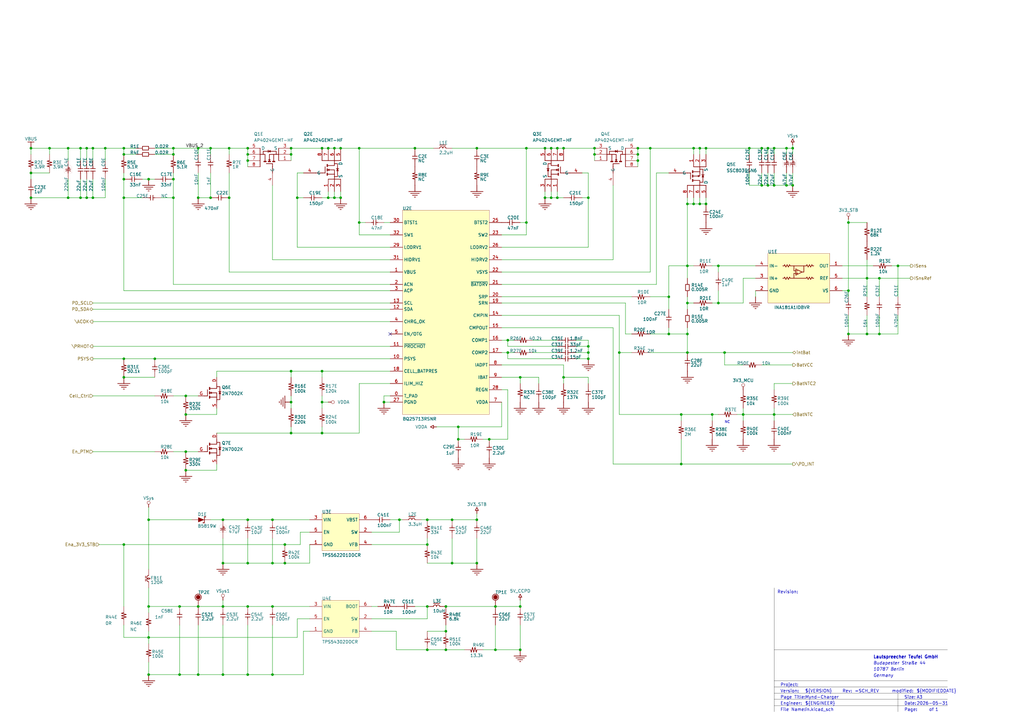
<source format=kicad_sch>
(kicad_sch (version 20231120) (generator "eeschema") (generator_version "8.0")
  (paper "A3")
  (title_block (title "Mynd-Charger") (rev "=SCH_REV"))
  (junction (at 76.2 162.3822))
  (junction (at 81.28 248.7422))
  (junction (at 119.38 177.6222))
  (junction (at 76.2 185.2422))
  (junction (at 73.66 276.6822))
  (junction (at 279.4 170.0022))
  (junction (at 294.64 109.0422))
  (junction (at 86.36 81.1022))
  (junction (at 281.94 109.0422))
  (junction (at 91.44 213.1822))
  (junction (at 360.68 136.9822))
  (junction (at 289.56 83.6422))
  (junction (at 368.3 109.0422))
  (junction (at 38.1 81.1022))
  (junction (at 325.12 76.0222))
  (junction (at 60.96 213.1822))
  (junction (at 294.64 124.2822))
  (junction (at 50.8 223.3422))
  (junction (at 266.7 60.7822))
  (junction (at 187.96 180.1622))
  (junction (at 76.2 170.0022))
  (junction (at 101.6 60.7822))
  (junction (at 347.98 136.9822))
  (junction (at 281.94 124.2822))
  (junction (at 119.38 60.7822))
  (junction (at 71.12 63.3222))
  (junction (at 208.28 144.6022))
  (junction (at 175.26 266.5222))
  (junction (at 175.26 213.1822))
  (junction (at 86.36 60.7822))
  (junction (at 312.42 60.7822))
  (junction (at 119.38 63.3222))
  (junction (at 101.6 63.3222))
  (junction (at 91.44 248.7422))
  (junction (at 81.28 60.7822))
  (junction (at 60.96 276.6822))
  (junction (at 287.02 83.6422))
  (junction (at 182.88 248.7422))
  (junction (at 33.02 60.7822))
  (junction (at 50.8 60.7822))
  (junction (at 231.14 154.7622))
  (junction (at 292.1 170.0022))
  (junction (at 215.9 91.2622))
  (junction (at 243.84 60.7822))
  (junction (at 111.76 213.1822))
  (junction (at 187.96 175.0822))
  (junction (at 223.52 81.1022))
  (junction (at 182.88 266.5222))
  (junction (at 284.48 83.6422))
  (junction (at 317.5 60.7822))
  (junction (at 175.26 223.3422))
  (junction (at 355.6 114.1222))
  (junction (at 101.6 276.6822))
  (junction (at 50.8 147.1422))
  (junction (at 147.32 91.2622))
  (junction (at 137.16 81.1022))
  (junction (at 163.83 213.1822))
  (junction (at 241.3 142.0622))
  (junction (at 101.6 248.7422))
  (junction (at 137.16 60.7822))
  (junction (at 63.5 147.1422))
  (junction (at 91.44 276.6822))
  (junction (at 279.4 190.3222))
  (junction (at 226.06 81.1022))
  (junction (at 284.48 60.7822))
  (junction (at 261.62 60.7822))
  (junction (at 281.94 144.6022))
  (junction (at 314.96 60.7822))
  (junction (at 170.18 60.7822))
  (junction (at 347.98 119.2022))
  (junction (at 132.08 60.7822))
  (junction (at 60.96 261.4422))
  (junction (at 182.88 258.9022))
  (junction (at 213.36 248.7422))
  (junction (at 116.84 223.3422))
  (junction (at 274.32 136.9822))
  (junction (at 203.2 266.5222))
  (junction (at 119.38 164.9222))
  (junction (at 60.96 73.4822))
  (junction (at 38.1 60.7822))
  (junction (at 322.58 60.7822))
  (junction (at 111.76 230.9622))
  (junction (at 261.62 63.3222))
  (junction (at 317.5 170.0022))
  (junction (at 314.96 76.0222))
  (junction (at 223.52 60.7822))
  (junction (at 185.42 230.9622))
  (junction (at 132.08 177.6222))
  (junction (at 111.76 276.6822))
  (junction (at 27.94 60.7822))
  (junction (at 76.2 192.8622))
  (junction (at 289.56 60.7822))
  (junction (at 228.6 81.1022))
  (junction (at 360.68 114.1222))
  (junction (at 50.8 63.3222))
  (junction (at 241.3 147.1422))
  (junction (at 27.94 81.1022))
  (junction (at 101.6 65.8622))
  (junction (at 355.6 136.9822))
  (junction (at 241.3 144.6022))
  (junction (at 119.38 152.2222))
  (junction (at 215.9 60.7822))
  (junction (at 195.58 230.9622))
  (junction (at 116.84 230.9622))
  (junction (at 347.98 91.2622))
  (junction (at 139.7 81.1022))
  (junction (at 287.02 60.7822))
  (junction (at 307.34 60.7822))
  (junction (at 208.28 139.5222))
  (junction (at 312.42 76.0222))
  (junction (at 147.32 60.7822))
  (junction (at 231.14 60.7822))
  (junction (at 261.62 65.8622))
  (junction (at 281.94 136.9822))
  (junction (at 93.98 60.7822))
  (junction (at 35.56 60.7822))
  (junction (at 12.7 81.1022))
  (junction (at 317.5 76.0222))
  (junction (at 213.36 154.7622))
  (junction (at 101.6 230.9622))
  (junction (at 50.8 81.1022))
  (junction (at 304.8 170.0022))
  (junction (at 241.3 81.1022))
  (junction (at 20.32 60.7822))
  (junction (at 132.08 164.9222))
  (junction (at 185.42 213.1822))
  (junction (at 213.36 266.5222))
  (junction (at 50.8 154.7622))
  (junction (at 60.96 248.7422))
  (junction (at 81.28 276.6822))
  (junction (at 101.6 213.1822))
  (junction (at 121.92 81.1022))
  (junction (at 203.2 248.7422))
  (junction (at 73.66 248.7422))
  (junction (at 93.98 81.1022))
  (junction (at 243.84 63.3222))
  (junction (at 134.62 60.7822))
  (junction (at 274.32 121.7422))
  (junction (at 254 144.6022))
  (junction (at 91.44 230.9622))
  (junction (at 322.58 76.0222))
  (junction (at 33.02 81.1022))
  (junction (at 71.12 60.7822))
  (junction (at 50.8 73.4822))
  (junction (at 12.7 70.9422))
  (junction (at 281.94 83.6422))
  (junction (at 81.28 81.1022))
  (junction (at 195.58 60.7822))
  (junction (at 43.18 60.7822))
  (junction (at 157.48 164.9222))
  (junction (at 139.7 60.7822))
  (junction (at 71.12 73.4822))
  (junction (at 111.76 248.7422))
  (junction (at 71.12 81.1022))
  (junction (at 134.62 81.1022))
  (junction (at 132.08 152.2222))
  (junction (at 12.7 60.7822))
  (junction (at 195.58 213.1822))
  (junction (at 35.56 81.1022))
  (junction (at 325.12 60.7822))
  (junction (at 297.18 144.6022))
  (junction (at 228.6 60.7822))
  (junction (at 175.26 248.7422))
  (junction (at 226.06 60.7822))
  (junction (at 200.66 180.1622))
  (no_connect (at 160.02 136.9822))
  (wire (pts (xy 170.18 60.7822) (xy 177.8 60.7822)))
  (wire (pts (xy 81.28 162.3822) (xy 76.2 162.3822)))
  (wire (pts (xy 38.1 131.9022) (xy 160.02 131.9022)))
  (wire (pts (xy 93.98 60.7822) (xy 101.6 60.7822)))
  (wire (pts (xy 314.96 63.3222) (xy 314.96 60.7822)))
  (wire (pts (xy 228.6 60.7822) (xy 231.14 60.7822)))
  (wire (pts (xy 152.4 218.2622) (xy 163.83 218.2622)))
  (wire (pts (xy 312.42 60.7822) (xy 314.96 60.7822)))
  (wire (pts (xy 241.3 147.1422) (xy 236.22 147.1422)))
  (wire (pts (xy 317.5 170.0022) (xy 317.5 172.5422)))
  (wire (pts (xy 160.02 119.2022) (xy 50.8 119.2022)))
  (wire (pts (xy 127 253.8222) (xy 121.92 253.8222)))
  (wire (pts (xy 157.48 91.2622) (xy 160.02 91.2622)))
  (wire (pts (xy 368.3 121.7422) (xy 368.3 109.0422)))
  (wire (pts (xy 304.8 124.2822) (xy 304.8 114.1222)))
  (wire (pts (xy 317.5 157.3022) (xy 325.12 157.3022)))
  (wire (pts (xy 360.68 121.7422) (xy 360.68 114.1222)))
  (wire (pts (xy 203.2 256.3622) (xy 203.2 266.5222)))
  (wire (pts (xy 185.42 220.8022) (xy 185.42 230.9622)))
  (wire (pts (xy 132.08 152.2222) (xy 160.02 152.2222)))
  (wire (pts (xy 226.06 78.5622) (xy 226.06 81.1022)))
  (wire (pts (xy 281.94 124.2822) (xy 284.48 124.2822)))
  (wire (pts (xy 317.5 70.9422) (xy 317.5 76.0222)))
  (wire (pts (xy 274.32 121.7422) (xy 274.32 109.0422)))
  (wire (pts (xy 281.94 124.2822) (xy 281.94 121.7422)))
  (wire (pts (xy 231.14 157.3022) (xy 231.14 154.7622)))
  (wire (pts (xy 60.96 251.2822) (xy 60.96 248.7422)))
  (wire (pts (xy 50.8 81.1022) (xy 50.8 73.4822)))
  (wire (pts (xy 345.44 119.2022) (xy 347.98 119.2022)))
  (wire (pts (xy 86.36 63.3222) (xy 86.36 60.7822)))
  (wire (pts (xy 215.9 60.7822) (xy 223.52 60.7822)))
  (wire (pts (xy 223.52 60.7822) (xy 226.06 60.7822)))
  (wire (pts (xy 251.46 190.3222) (xy 279.4 190.3222)))
  (wire (pts (xy 198.12 180.1622) (xy 200.66 180.1622)))
  (wire (pts (xy 261.62 65.8622) (xy 261.62 68.4022)))
  (wire (pts (xy 205.74 134.4422) (xy 251.46 134.4422)))
  (wire (pts (xy 137.16 60.7822) (xy 139.7 60.7822)))
  (wire (pts (xy 132.08 164.9222) (xy 132.08 162.3822)))
  (wire (pts (xy 121.92 81.1022) (xy 121.92 101.4222)))
  (wire (pts (xy 292.1 109.0422) (xy 294.64 109.0422)))
  (wire (pts (xy 261.62 60.7822) (xy 266.7 60.7822)))
  (wire (pts (xy 254 144.6022) (xy 259.08 144.6022)))
  (wire (pts (xy 314.96 60.7822) (xy 317.5 60.7822)))
  (wire (pts (xy 127 230.9622) (xy 116.84 230.9622)))
  (wire (pts (xy 124.46 258.9022) (xy 124.46 276.6822)))
  (wire (pts (xy 50.8 60.7822) (xy 43.18 60.7822)))
  (wire (pts (xy 228.6 139.5222) (xy 218.44 139.5222)))
  (wire (pts (xy 210.82 139.5222) (xy 208.28 139.5222)))
  (wire (pts (xy 81.28 63.3222) (xy 81.28 60.7822)))
  (wire (pts (xy 175.26 248.7422) (xy 170.18 248.7422)))
  (wire (pts (xy 304.8 170.0022) (xy 317.5 170.0022)))
  (wire (pts (xy 220.98 154.7622) (xy 213.36 154.7622)))
  (wire (pts (xy 121.92 261.4422) (xy 60.96 261.4422)))
  (wire (pts (xy 185.42 230.9622) (xy 175.26 230.9622)))
  (wire (pts (xy 254 144.6022) (xy 254 170.0022)))
  (wire (pts (xy 241.3 142.0622) (xy 241.3 144.6022)))
  (wire (pts (xy 86.36 213.1822) (xy 91.44 213.1822)))
  (wire (pts (xy 292.1 170.0022) (xy 294.64 170.0022)))
  (wire (pts (xy 241.3 81.1022) (xy 238.76 81.1022)))
  (wire (pts (xy 132.08 164.9222) (xy 132.08 167.4622)))
  (wire (pts (xy 322.58 70.9422) (xy 322.58 76.0222)))
  (wire (pts (xy 60.96 213.1822) (xy 60.96 208.1022)))
  (wire (pts (xy 205.74 129.3622) (xy 254 129.3622)))
  (polyline (pts (xy 317.5 266.5222) (xy 388.62 266.5222)) (stroke (width 0.0254) (type solid) (color 0 0 0 1)))
  (wire (pts (xy 281.94 109.0422) (xy 281.94 114.1222)))
  (wire (pts (xy 63.5 60.7822) (xy 71.12 60.7822)))
  (wire (pts (xy 63.5 147.1422) (xy 50.8 147.1422)))
  (wire (pts (xy 241.3 139.5222) (xy 241.3 142.0622)))
  (wire (pts (xy 187.96 175.0822) (xy 179.07 175.0822)))
  (wire (pts (xy 175.26 258.9022) (xy 182.88 258.9022)))
  (wire (pts (xy 314.96 76.0222) (xy 317.5 76.0222)))
  (wire (pts (xy 274.32 136.9822) (xy 266.7 136.9822)))
  (wire (pts (xy 38.1 65.8622) (xy 38.1 60.7822)))
  (wire (pts (xy 223.52 81.1022) (xy 223.52 78.5622)))
  (wire (pts (xy 91.44 276.6822) (xy 81.28 276.6822)))
  (wire (pts (xy 20.32 60.7822) (xy 12.7 60.7822)))
  (wire (pts (xy 91.44 248.7422) (xy 81.28 248.7422)))
  (wire (pts (xy 154.94 248.7422) (xy 152.4 248.7422)))
  (wire (pts (xy 12.7 63.3222) (xy 12.7 60.7822)))
  (wire (pts (xy 20.32 70.9422) (xy 12.7 70.9422)))
  (wire (pts (xy 88.9 167.4622) (xy 88.9 170.0022)))
  (wire (pts (xy 208.28 159.8422) (xy 205.74 159.8422)))
  (wire (pts (xy 274.32 109.0422) (xy 281.94 109.0422)))
  (wire (pts (xy 147.32 177.6222) (xy 147.32 157.3022)))
  (wire (pts (xy 241.3 144.6022) (xy 241.3 147.1422)))
  (wire (pts (xy 231.14 149.6822) (xy 205.74 149.6822)))
  (wire (pts (xy 101.6 213.1822) (xy 111.76 213.1822)))
  (wire (pts (xy 76.2 185.2422) (xy 81.28 185.2422)))
  (wire (pts (xy 304.8 114.1222) (xy 309.88 114.1222)))
  (wire (pts (xy 182.88 248.7422) (xy 203.2 248.7422)))
  (wire (pts (xy 182.88 266.5222) (xy 175.26 266.5222)))
  (wire (pts (xy 241.3 70.9422) (xy 241.3 81.1022)))
  (wire (pts (xy 279.4 172.5422) (xy 279.4 170.0022)))
  (wire (pts (xy 208.28 142.0622) (xy 208.28 139.5222)))
  (wire (pts (xy 322.58 63.3222) (xy 322.58 60.7822)))
  (wire (pts (xy 205.74 164.9222) (xy 205.74 175.0822)))
  (wire (pts (xy 190.5 180.1622) (xy 187.96 180.1622)))
  (wire (pts (xy 73.66 248.7422) (xy 81.28 248.7422)))
  (wire (pts (xy 284.48 60.7822) (xy 287.02 60.7822)))
  (wire (pts (xy 251.46 106.5022) (xy 205.74 106.5022)))
  (wire (pts (xy 76.2 162.3822) (xy 71.12 162.3822)))
  (wire (pts (xy 355.6 136.9822) (xy 347.98 136.9822)))
  (wire (pts (xy 294.64 124.2822) (xy 294.64 119.2022)))
  (wire (pts (xy 111.76 213.1822) (xy 127 213.1822)))
  (wire (pts (xy 132.08 177.6222) (xy 147.32 177.6222)))
  (wire (pts (xy 228.6 142.0622) (xy 208.28 142.0622)))
  (wire (pts (xy 347.98 89.9922) (xy 347.98 91.2622)))
  (wire (pts (xy 365.76 109.0422) (xy 368.3 109.0422)))
  (wire (pts (xy 213.36 256.3622) (xy 213.36 266.5222)))
  (wire (pts (xy 281.94 126.8222) (xy 281.94 124.2822)))
  (wire (pts (xy 50.8 261.4422) (xy 50.8 256.3622)))
  (wire (pts (xy 317.5 76.0222) (xy 322.58 76.0222)))
  (wire (pts (xy 368.3 136.9822) (xy 360.68 136.9822)))
  (wire (pts (xy 81.28 81.1022) (xy 86.36 81.1022)))
  (wire (pts (xy 281.94 136.9822) (xy 281.94 134.4422)))
  (wire (pts (xy 215.9 60.7822) (xy 195.58 60.7822)))
  (wire (pts (xy 71.12 73.4822) (xy 71.12 81.1022)))
  (wire (pts (xy 147.32 60.7822) (xy 170.18 60.7822)))
  (wire (pts (xy 63.5 63.3222) (xy 71.12 63.3222)))
  (wire (pts (xy 124.46 276.6822) (xy 111.76 276.6822)))
  (wire (pts (xy 93.98 111.5822) (xy 160.02 111.5822)))
  (wire (pts (xy 71.12 81.1022) (xy 71.12 116.6622)))
  (wire (pts (xy 76.2 192.8622) (xy 88.9 192.8622)))
  (wire (pts (xy 163.83 213.1822) (xy 160.02 213.1822)))
  (wire (pts (xy 187.96 180.1622) (xy 187.96 175.0822)))
  (wire (pts (xy 312.42 70.9422) (xy 312.42 76.0222)))
  (wire (pts (xy 261.62 63.3222) (xy 261.62 65.8622)))
  (wire (pts (xy 238.76 70.9422) (xy 241.3 70.9422)))
  (wire (pts (xy 101.6 256.3622) (xy 101.6 276.6822)))
  (wire (pts (xy 274.32 134.4422) (xy 274.32 136.9822)))
  (wire (pts (xy 20.32 63.3222) (xy 20.32 60.7822)))
  (wire (pts (xy 73.66 276.6822) (xy 60.96 276.6822)))
  (wire (pts (xy 71.12 70.9422) (xy 71.12 73.4822)))
  (wire (pts (xy 355.6 129.3622) (xy 355.6 136.9822)))
  (wire (pts (xy 208.28 144.6022) (xy 205.74 144.6022)))
  (wire (pts (xy 163.83 218.2622) (xy 163.83 213.1822)))
  (wire (pts (xy 241.3 157.3022) (xy 241.3 154.7622)))
  (wire (pts (xy 226.06 81.1022) (xy 223.52 81.1022)))
  (wire (pts (xy 289.56 63.3222) (xy 289.56 60.7822)))
  (wire (pts (xy 256.54 136.9822) (xy 256.54 124.2822)))
  (wire (pts (xy 88.9 152.2222) (xy 119.38 152.2222)))
  (wire (pts (xy 200.66 180.1622) (xy 208.28 180.1622)))
  (wire (pts (xy 165.1 213.1822) (xy 163.83 213.1822)))
  (wire (pts (xy 287.02 63.3222) (xy 287.02 60.7822)))
  (wire (pts (xy 220.98 157.3022) (xy 220.98 154.7622)))
  (wire (pts (xy 111.76 230.9622) (xy 101.6 230.9622)))
  (wire (pts (xy 243.84 63.3222) (xy 243.84 60.7822)))
  (wire (pts (xy 314.96 70.9422) (xy 314.96 76.0222)))
  (wire (pts (xy 205.74 96.3422) (xy 215.9 96.3422)))
  (wire (pts (xy 347.98 119.2022) (xy 347.98 121.7422)))
  (wire (pts (xy 312.42 149.6822) (xy 325.12 149.6822)))
  (wire (pts (xy 127 248.7422) (xy 111.76 248.7422)))
  (wire (pts (xy 195.58 210.6422) (xy 195.58 213.1822)))
  (wire (pts (xy 266.7 144.6022) (xy 281.94 144.6022)))
  (wire (pts (xy 254 129.3622) (xy 254 144.6022)))
  (wire (pts (xy 88.9 177.6222) (xy 119.38 177.6222)))
  (wire (pts (xy 40.64 223.3422) (xy 50.8 223.3422)))
  (wire (pts (xy 195.58 230.9622) (xy 185.42 230.9622)))
  (wire (pts (xy 213.36 157.3022) (xy 213.36 154.7622)))
  (wire (pts (xy 243.84 65.8622) (xy 243.84 63.3222)))
  (wire (pts (xy 81.28 70.9422) (xy 81.28 81.1022)))
  (wire (pts (xy 101.6 220.8022) (xy 101.6 230.9622)))
  (wire (pts (xy 91.44 220.8022) (xy 91.44 230.9622)))
  (wire (pts (xy 81.28 256.3622) (xy 81.28 276.6822)))
  (wire (pts (xy 269.24 116.6622) (xy 205.74 116.6622)))
  (wire (pts (xy 157.48 162.3822) (xy 157.48 164.9222)))
  (wire (pts (xy 368.3 109.0422) (xy 373.38 109.0422)))
  (wire (pts (xy 121.92 253.8222) (xy 121.92 261.4422)))
  (wire (pts (xy 71.12 185.2422) (xy 76.2 185.2422)))
  (wire (pts (xy 185.42 213.1822) (xy 195.58 213.1822)))
  (wire (pts (xy 119.38 152.2222) (xy 132.08 152.2222)))
  (wire (pts (xy 317.5 60.7822) (xy 322.58 60.7822)))
  (polyline (pts (xy 317.5 289.3822) (xy 388.62 289.3822)) (stroke (width 0.0254) (type solid) (color 0 0 0 1)))
  (wire (pts (xy 35.56 81.1022) (xy 33.02 81.1022)))
  (wire (pts (xy 307.34 70.9422) (xy 307.34 76.0222)))
  (wire (pts (xy 137.16 81.1022) (xy 134.62 81.1022)))
  (wire (pts (xy 287.02 83.6422) (xy 289.56 83.6422)))
  (wire (pts (xy 50.8 73.4822) (xy 50.8 70.9422)))
  (wire (pts (xy 292.1 124.2822) (xy 294.64 124.2822)))
  (wire (pts (xy 38.1 185.2422) (xy 63.5 185.2422)))
  (wire (pts (xy 121.92 101.4222) (xy 160.02 101.4222)))
  (wire (pts (xy 228.6 147.1422) (xy 208.28 147.1422)))
  (wire (pts (xy 132.08 154.7622) (xy 132.08 152.2222)))
  (wire (pts (xy 101.6 248.7422) (xy 91.44 248.7422)))
  (polyline (pts (xy 317.5 286.8422) (xy 388.62 286.8422)) (stroke (width 0.0254) (type solid) (color 0 0 0 1)))
  (wire (pts (xy 205.74 111.5822) (xy 266.7 111.5822)))
  (wire (pts (xy 279.4 190.3222) (xy 325.12 190.3222)))
  (wire (pts (xy 175.26 253.8222) (xy 175.26 248.7422)))
  (wire (pts (xy 50.8 223.3422) (xy 116.84 223.3422)))
  (wire (pts (xy 58.42 81.1022) (xy 50.8 81.1022)))
  (wire (pts (xy 182.88 256.3622) (xy 182.88 258.9022)))
  (wire (pts (xy 287.02 83.6422) (xy 287.02 81.1022)))
  (wire (pts (xy 284.48 109.0422) (xy 281.94 109.0422)))
  (wire (pts (xy 137.16 78.5622) (xy 137.16 81.1022)))
  (wire (pts (xy 355.6 114.1222) (xy 355.6 121.7422)))
  (wire (pts (xy 60.96 276.6822) (xy 60.96 271.6022)))
  (wire (pts (xy 317.5 170.0022) (xy 325.12 170.0022)))
  (wire (pts (xy 134.62 60.7822) (xy 137.16 60.7822)))
  (wire (pts (xy 132.08 175.0822) (xy 132.08 177.6222)))
  (wire (pts (xy 157.48 164.9222) (xy 160.02 164.9222)))
  (wire (pts (xy 149.86 91.2622) (xy 147.32 91.2622)))
  (wire (pts (xy 281.94 83.6422) (xy 281.94 81.1022)))
  (wire (pts (xy 43.18 73.4822) (xy 43.18 81.1022)))
  (wire (pts (xy 111.76 248.7422) (xy 101.6 248.7422)))
  (wire (pts (xy 259.08 136.9822) (xy 256.54 136.9822)))
  (wire (pts (xy 60.96 241.1222) (xy 60.96 248.7422)))
  (wire (pts (xy 358.14 109.0422) (xy 345.44 109.0422)))
  (wire (pts (xy 60.96 258.9022) (xy 60.96 261.4422)))
  (wire (pts (xy 119.38 60.7822) (xy 132.08 60.7822)))
  (wire (pts (xy 60.96 213.1822) (xy 60.96 233.5022)))
  (wire (pts (xy 139.7 78.5622) (xy 139.7 81.1022)))
  (wire (pts (xy 88.9 170.0022) (xy 76.2 170.0022)))
  (wire (pts (xy 304.8 170.0022) (xy 304.8 167.4622)))
  (wire (pts (xy 312.42 76.0222) (xy 314.96 76.0222)))
  (wire (pts (xy 289.56 83.6422) (xy 289.56 81.1022)))
  (wire (pts (xy 266.7 60.7822) (xy 284.48 60.7822)))
  (wire (pts (xy 73.66 256.3622) (xy 73.66 276.6822)))
  (wire (pts (xy 281.94 83.6422) (xy 284.48 83.6422)))
  (wire (pts (xy 123.19 223.3422) (xy 123.19 218.2622)))
  (wire (pts (xy 289.56 60.7822) (xy 307.34 60.7822)))
  (wire (pts (xy 63.5 154.7622) (xy 50.8 154.7622)))
  (wire (pts (xy 294.64 109.0422) (xy 294.64 111.5822)))
  (wire (pts (xy 284.48 83.6422) (xy 284.48 81.1022)))
  (wire (pts (xy 139.7 81.1022) (xy 137.16 81.1022)))
  (wire (pts (xy 195.58 220.8022) (xy 195.58 230.9622)))
  (wire (pts (xy 215.9 96.3422) (xy 215.9 91.2622)))
  (wire (pts (xy 81.28 276.6822) (xy 73.66 276.6822)))
  (polyline (pts (xy 317.5 291.9222) (xy 317.5 266.5222)) (stroke (width 0.0254) (type solid) (color 0 0 0 1)))
  (wire (pts (xy 274.32 121.7422) (xy 274.32 126.8222)))
  (wire (pts (xy 345.44 114.1222) (xy 355.6 114.1222)))
  (wire (pts (xy 86.36 81.1022) (xy 86.36 70.9422)))
  (wire (pts (xy 284.48 83.6422) (xy 287.02 83.6422)))
  (wire (pts (xy 27.94 73.4822) (xy 27.94 81.1022)))
  (wire (pts (xy 35.56 60.7822) (xy 33.02 60.7822)))
  (wire (pts (xy 50.8 248.7422) (xy 50.8 223.3422)))
  (wire (pts (xy 27.94 60.7822) (xy 20.32 60.7822)))
  (wire (pts (xy 71.12 60.7822) (xy 71.12 63.3222)))
  (wire (pts (xy 101.6 230.9622) (xy 91.44 230.9622)))
  (wire (pts (xy 101.6 65.8622) (xy 101.6 63.3222)))
  (wire (pts (xy 119.38 175.0822) (xy 119.38 177.6222)))
  (wire (pts (xy 182.88 266.5222) (xy 190.5 266.5222)))
  (wire (pts (xy 111.76 220.8022) (xy 111.76 230.9622)))
  (wire (pts (xy 175.26 213.1822) (xy 185.42 213.1822)))
  (wire (pts (xy 123.19 218.2622) (xy 127 218.2622)))
  (wire (pts (xy 231.14 154.7622) (xy 231.14 149.6822)))
  (wire (pts (xy 215.9 91.2622) (xy 215.9 60.7822)))
  (wire (pts (xy 38.1 162.3822) (xy 63.5 162.3822)))
  (wire (pts (xy 175.26 220.8022) (xy 175.26 223.3422)))
  (wire (pts (xy 284.48 63.3222) (xy 284.48 60.7822)))
  (wire (pts (xy 307.34 60.7822) (xy 312.42 60.7822)))
  (wire (pts (xy 111.76 106.5022) (xy 111.76 76.0222)))
  (wire (pts (xy 71.12 81.1022) (xy 66.04 81.1022)))
  (wire (pts (xy 281.94 136.9822) (xy 274.32 136.9822)))
  (wire (pts (xy 91.44 213.1822) (xy 101.6 213.1822)))
  (wire (pts (xy 147.32 157.3022) (xy 160.02 157.3022)))
  (wire (pts (xy 213.36 91.2622) (xy 215.9 91.2622)))
  (wire (pts (xy 93.98 63.3222) (xy 93.98 60.7822)))
  (wire (pts (xy 254 170.0022) (xy 279.4 170.0022)))
  (wire (pts (xy 35.56 73.4822) (xy 35.56 81.1022)))
  (wire (pts (xy 256.54 124.2822) (xy 205.74 124.2822)))
  (wire (pts (xy 241.3 81.1022) (xy 241.3 101.4222)))
  (wire (pts (xy 71.12 116.6622) (xy 160.02 116.6622)))
  (wire (pts (xy 60.96 261.4422) (xy 60.96 263.9822)))
  (wire (pts (xy 241.3 101.4222) (xy 205.74 101.4222)))
  (wire (pts (xy 38.1 60.7822) (xy 35.56 60.7822)))
  (wire (pts (xy 119.38 63.3222) (xy 119.38 60.7822)))
  (wire (pts (xy 307.34 76.0222) (xy 312.42 76.0222)))
  (wire (pts (xy 33.02 65.8622) (xy 33.02 60.7822)))
  (wire (pts (xy 139.7 60.7822) (xy 147.32 60.7822)))
  (wire (pts (xy 38.1 142.0622) (xy 160.02 142.0622)))
  (wire (pts (xy 162.56 258.9022) (xy 152.4 258.9022)))
  (wire (pts (xy 281.94 144.6022) (xy 297.18 144.6022)))
  (wire (pts (xy 93.98 60.7822) (xy 86.36 60.7822)))
  (wire (pts (xy 127 258.9022) (xy 124.46 258.9022)))
  (wire (pts (xy 60.96 248.7422) (xy 73.66 248.7422)))
  (polyline (pts (xy 317.5 279.2222) (xy 388.62 279.2222)) (stroke (width 0.0254) (type solid) (color 0 0 0 1)))
  (wire (pts (xy 124.46 70.9422) (xy 121.92 70.9422)))
  (wire (pts (xy 236.22 142.0622) (xy 241.3 142.0622)))
  (wire (pts (xy 27.94 65.8622) (xy 27.94 60.7822)))
  (wire (pts (xy 38.1 73.4822) (xy 38.1 81.1022)))
  (wire (pts (xy 101.6 63.3222) (xy 101.6 60.7822)))
  (wire (pts (xy 160.02 147.1422) (xy 63.5 147.1422)))
  (wire (pts (xy 269.24 70.9422) (xy 269.24 116.6622)))
  (wire (pts (xy 317.5 170.0022) (xy 317.5 167.4622)))
  (wire (pts (xy 116.84 223.3422) (xy 123.19 223.3422)))
  (wire (pts (xy 251.46 134.4422) (xy 251.46 190.3222)))
  (wire (pts (xy 312.42 63.3222) (xy 312.42 60.7822)))
  (wire (pts (xy 302.26 170.0022) (xy 304.8 170.0022)))
  (wire (pts (xy 81.28 60.7822) (xy 71.12 60.7822)))
  (wire (pts (xy 58.42 73.4822) (xy 60.96 73.4822)))
  (wire (pts (xy 360.68 129.3622) (xy 360.68 136.9822)))
  (wire (pts (xy 33.02 81.1022) (xy 27.94 81.1022)))
  (wire (pts (xy 43.18 81.1022) (xy 38.1 81.1022)))
  (wire (pts (xy 43.18 65.8622) (xy 43.18 60.7822)))
  (wire (pts (xy 134.62 78.5622) (xy 134.62 81.1022)))
  (wire (pts (xy 266.7 111.5822) (xy 266.7 60.7822)))
  (wire (pts (xy 360.68 136.9822) (xy 355.6 136.9822)))
  (wire (pts (xy 213.36 246.2022) (xy 213.36 248.7422)))
  (wire (pts (xy 111.76 256.3622) (xy 111.76 276.6822)))
  (wire (pts (xy 132.08 60.7822) (xy 134.62 60.7822)))
  (wire (pts (xy 86.36 60.7822) (xy 81.28 60.7822)))
  (wire (pts (xy 119.38 177.6222) (xy 132.08 177.6222)))
  (wire (pts (xy 241.3 154.7622) (xy 231.14 154.7622)))
  (wire (pts (xy 208.28 147.1422) (xy 208.28 144.6022)))
  (wire (pts (xy 101.6 276.6822) (xy 91.44 276.6822)))
  (wire (pts (xy 231.14 81.1022) (xy 228.6 81.1022)))
  (wire (pts (xy 160.02 106.5022) (xy 111.76 106.5022)))
  (wire (pts (xy 121.92 70.9422) (xy 121.92 81.1022)))
  (polyline (pts (xy 368.3 291.9222) (xy 368.3 284.3022)) (stroke (width 0.0254) (type solid) (color 0 0 0 1)))
  (wire (pts (xy 205.74 175.0822) (xy 187.96 175.0822)))
  (wire (pts (xy 127 223.3422) (xy 127 230.9622)))
  (wire (pts (xy 88.9 192.8622) (xy 88.9 190.3222)))
  (wire (pts (xy 33.02 73.4822) (xy 33.02 81.1022)))
  (wire (pts (xy 134.62 164.9222) (xy 132.08 164.9222)))
  (wire (pts (xy 60.96 261.4422) (xy 50.8 261.4422)))
  (wire (pts (xy 304.8 170.0022) (xy 304.8 172.5422)))
  (wire (pts (xy 213.36 266.5222) (xy 203.2 266.5222)))
  (wire (pts (xy 317.5 63.3222) (xy 317.5 60.7822)))
  (wire (pts (xy 55.88 63.3222) (xy 50.8 63.3222)))
  (wire (pts (xy 116.84 230.9622) (xy 111.76 230.9622)))
  (wire (pts (xy 274.32 70.9422) (xy 269.24 70.9422)))
  (wire (pts (xy 266.7 121.7422) (xy 274.32 121.7422)))
  (wire (pts (xy 228.6 81.1022) (xy 226.06 81.1022)))
  (wire (pts (xy 297.18 149.6822) (xy 297.18 144.6022)))
  (wire (pts (xy 175.26 266.5222) (xy 162.56 266.5222)))
  (wire (pts (xy 91.44 256.3622) (xy 91.44 276.6822)))
  (wire (pts (xy 261.62 60.7822) (xy 261.62 63.3222)))
  (wire (pts (xy 292.1 170.0022) (xy 292.1 172.5422)))
  (wire (pts (xy 33.02 60.7822) (xy 27.94 60.7822)))
  (wire (pts (xy 119.38 162.3822) (xy 119.38 164.9222)))
  (wire (pts (xy 195.58 60.7822) (xy 185.42 60.7822)))
  (wire (pts (xy 210.82 144.6022) (xy 208.28 144.6022)))
  (wire (pts (xy 147.32 91.2622) (xy 147.32 60.7822)))
  (wire (pts (xy 12.7 70.9422) (xy 12.7 73.4822)))
  (wire (pts (xy 198.12 266.5222) (xy 203.2 266.5222)))
  (wire (pts (xy 38.1 81.1022) (xy 35.56 81.1022)))
  (wire (pts (xy 60.96 73.4822) (xy 63.5 73.4822)))
  (wire (pts (xy 152.4 253.8222) (xy 175.26 253.8222)))
  (wire (pts (xy 325.12 59.5122) (xy 325.12 60.7822)))
  (wire (pts (xy 322.58 76.0222) (xy 325.12 76.0222)))
  (wire (pts (xy 236.22 144.6022) (xy 241.3 144.6022)))
  (wire (pts (xy 27.94 81.1022) (xy 12.7 81.1022)))
  (polyline (pts (xy 317.5 284.3022) (xy 388.62 284.3022)) (stroke (width 0.0254) (type solid) (color 0 0 0 1)))
  (wire (pts (xy 50.8 63.3222) (xy 50.8 60.7822)))
  (wire (pts (xy 368.3 129.3622) (xy 368.3 136.9822)))
  (wire (pts (xy 281.94 144.6022) (xy 281.94 136.9822)))
  (wire (pts (xy 297.18 144.6022) (xy 325.12 144.6022)))
  (polyline (pts (xy 317.5 281.7622) (xy 388.62 281.7622)) (stroke (width 0.0254) (type solid) (color 0 0 0 1)))
  (wire (pts (xy 121.92 81.1022) (xy 124.46 81.1022)))
  (wire (pts (xy 279.4 190.3222) (xy 279.4 180.1622)))
  (wire (pts (xy 119.38 164.9222) (xy 119.38 167.4622)))
  (wire (pts (xy 251.46 76.0222) (xy 251.46 106.5022)))
  (wire (pts (xy 279.4 170.0022) (xy 292.1 170.0022)))
  (wire (pts (xy 208.28 180.1622) (xy 208.28 159.8422)))
  (wire (pts (xy 93.98 70.9422) (xy 93.98 81.1022)))
  (wire (pts (xy 360.68 114.1222) (xy 373.38 114.1222)))
  (wire (pts (xy 304.8 149.6822) (xy 297.18 149.6822)))
  (wire (pts (xy 213.36 154.7622) (xy 205.74 154.7622)))
  (wire (pts (xy 152.4 223.3422) (xy 175.26 223.3422)))
  (wire (pts (xy 317.5 159.8422) (xy 317.5 157.3022)))
  (wire (pts (xy 101.6 68.4022) (xy 101.6 65.8622)))
  (wire (pts (xy 287.02 60.7822) (xy 289.56 60.7822)))
  (wire (pts (xy 134.62 81.1022) (xy 132.08 81.1022)))
  (wire (pts (xy 172.72 213.1822) (xy 175.26 213.1822)))
  (wire (pts (xy 38.1 126.8222) (xy 160.02 126.8222)))
  (wire (pts (xy 91.44 246.2022) (xy 91.44 248.7422)))
  (wire (pts (xy 226.06 60.7822) (xy 228.6 60.7822)))
  (wire (pts (xy 218.44 144.6022) (xy 228.6 144.6022)))
  (wire (pts (xy 325.12 63.3222) (xy 325.12 60.7822)))
  (wire (pts (xy 93.98 81.1022) (xy 93.98 111.5822)))
  (wire (pts (xy 355.6 106.5022) (xy 355.6 114.1222)))
  (wire (pts (xy 322.58 60.7822) (xy 325.12 60.7822)))
  (wire (pts (xy 307.34 63.3222) (xy 307.34 60.7822)))
  (wire (pts (xy 35.56 65.8622) (xy 35.56 60.7822)))
  (wire (pts (xy 236.22 139.5222) (xy 241.3 139.5222)))
  (wire (pts (xy 147.32 96.3422) (xy 147.32 91.2622)))
  (wire (pts (xy 347.98 136.9822) (xy 347.98 129.3622)))
  (wire (pts (xy 281.94 109.0422) (xy 281.94 83.6422)))
  (wire (pts (xy 355.6 91.2622) (xy 347.98 91.2622)))
  (wire (pts (xy 119.38 154.7622) (xy 119.38 152.2222)))
  (wire (pts (xy 309.88 121.7422) (xy 309.88 119.2022)))
  (wire (pts (xy 355.6 114.1222) (xy 360.68 114.1222)))
  (wire (pts (xy 119.38 65.8622) (xy 119.38 63.3222)))
  (wire (pts (xy 231.14 60.7822) (xy 243.84 60.7822)))
  (wire (pts (xy 228.6 78.5622) (xy 228.6 81.1022)))
  (wire (pts (xy 162.56 266.5222) (xy 162.56 258.9022)))
  (wire (pts (xy 205.74 121.7422) (xy 259.08 121.7422)))
  (wire (pts (xy 160.02 162.3822) (xy 157.48 162.3822)))
  (wire (pts (xy 294.64 124.2822) (xy 304.8 124.2822)))
  (wire (pts (xy 50.8 119.2022) (xy 50.8 81.1022)))
  (wire (pts (xy 160.02 96.3422) (xy 147.32 96.3422)))
  (wire (pts (xy 347.98 91.2622) (xy 347.98 119.2022)))
  (polyline (pts (xy 317.5 266.5222) (xy 317.5 241.1222)) (stroke (width 0.0254) (type solid) (color 0 0 0 1)))
  (wire (pts (xy 294.64 109.0422) (xy 309.88 109.0422)))
  (wire (pts (xy 43.18 60.7822) (xy 38.1 60.7822)))
  (wire (pts (xy 88.9 154.7622) (xy 88.9 152.2222)))
  (wire (pts (xy 50.8 147.1422) (xy 38.1 147.1422)))
  (wire (pts (xy 208.28 139.5222) (xy 205.74 139.5222)))
  (wire (pts (xy 38.1 124.2822) (xy 160.02 124.2822)))
  (wire (pts (xy 203.2 248.7422) (xy 213.36 248.7422)))
  (wire (pts (xy 111.76 276.6822) (xy 101.6 276.6822)))
  (wire (pts (xy 60.96 213.1822) (xy 78.74 213.1822)))
  (wire (pts (xy 325.12 76.0222) (xy 325.12 70.9422)))
  (wire (pts (xy 55.88 60.7822) (xy 50.8 60.7822)))
  (text "Germany" (at 358.14 277.9522 0) (effects (font (size 1.27 1.27) (italic yes)) (justify left bottom)))
  (text "of" (at 381 291.9222 0) (effects (font (size 1.27 1.27)) (justify left bottom)))
  (text "Size:" (at 370.84 286.8422 0) (effects (font (size 1.27 1.27)) (justify left bottom)))
  (text "Revision:" (at 318.77 243.6622 0) (effects (font (size 1.27 1.27)) (justify left bottom)))
  (text "Date:" (at 370.84 289.3822 0) (effects (font (size 1.27 1.27)) (justify left bottom)))
  (text "${MODIFIEDDATE}" (at 375.92 284.3022 0) (effects (font (size 1.27 1.27)) (justify left bottom)))
  (text "${CURRENT_DATE}" (at 375.92 289.3822 0) (effects (font (size 1.27 1.27)) (justify left bottom)))
  (text "NC" (at 297.18 173.8122 0) (effects (font (size 1.016 1.016)) (justify left bottom)))
  (text "10787 Berlin" (at 358.14 275.4122 0) (effects (font (size 1.27 1.27) (italic yes)) (justify left bottom)))
  (text "Project:" (at 320.04 281.7622 0) (effects (font (size 1.27 1.27)) (justify left bottom)))
  (text "modified:" (at 365.76 284.3022 0) (effects (font (size 1.27 1.27)) (justify left bottom)))
  (text "${REVISION}" (at 350.52 284.3022 0) (effects (font (size 1.27 1.27)) (justify left bottom)))
  (text "Rev:" (at 345.44 284.3022 0) (effects (font (size 1.27 1.27)) (justify left bottom)))
  (text "Budapester Straße 44" (at 358.14 272.8722 0) (effects (font (size 1.27 1.27) (italic yes)) (justify left bottom)))
  (text "${PROJECTNAME}" (at 330.2 281.7622 0) (effects (font (size 1.27 1.27)) (justify left bottom)))
  (text "${ENGINEER}" (at 330.2 289.3822 0) (effects (font (size 1.27 1.27)) (justify left bottom)))
  (text "Lautspreecher Teufel GmbH" (at 358.14 270.3322 0) (effects (font (size 1.27 1.27) (thickness 0.254) (bold yes)) (justify left bottom)))
  (text "Page Title:" (at 320.04 286.8422 0) (effects (font (size 1.27 1.27)) (justify left bottom)))
  (text "Page:" (at 370.84 291.9222 0) (effects (font (size 1.27 1.27)) (justify left bottom)))
  (text "A3" (at 375.92 286.8422 0) (effects (font (size 1.27 1.27)) (justify left bottom)))
  (text "${VERSION}" (at 330.2 284.3022 0) (effects (font (size 1.27 1.27)) (justify left bottom)))
  (text "${##}" (at 383.54 291.9222 0) (effects (font (size 1.27 1.27)) (justify left bottom)))
  (text "Version:" (at 320.04 284.3022 0) (effects (font (size 1.27 1.27)) (justify left bottom)))
  (text "${FILENAME}" (at 330.2 291.9222 0) (effects (font (size 1.27 1.27)) (justify left bottom)))
  (text "File Name:" (at 320.04 291.9222 0) (effects (font (size 1.27 1.27)) (justify left bottom)))
  (text "${TITLE}" (at 330.2 286.8422 0) (effects (font (size 1.27 1.27)) (justify left bottom)))
  (text "${#}" (at 378.46 291.9222 0) (effects (font (size 1.27 1.27)) (justify left bottom)))
  (text "Engineer:" (at 320.04 289.3822 0) (effects (font (size 1.27 1.27)) (justify left bottom)))
  (label "VBUS_2" (at 76.2 60.7822 0))
  (hierarchical_label "En_PTM" (shape input) (at 38.1 185.2422 180))
  (hierarchical_label "ISens" (shape output) (at 373.38 109.0422 0))
  (hierarchical_label "ISnsRef" (shape output) (at 373.38 114.1222 0))
  (hierarchical_label "PD_SCL" (shape input) (at 38.1 124.2822 180))
  (hierarchical_label "BatNTC2" (shape output) (at 325.12 157.3022 0))
  (hierarchical_label "Cell_Ctrl" (shape input) (at 38.1 162.3822 180))
  (hierarchical_label "\\ACOK" (shape output) (at 38.1 131.9022 180))
  (hierarchical_label "PD_SDA" (shape bidirectional) (at 38.1 126.8222 180))
  (hierarchical_label "BatNTC" (shape input) (at 325.12 170.0022 0))
  (hierarchical_label "PSYS" (shape output) (at 38.1 147.1422 180))
  (hierarchical_label "\\PD_INT" (shape output) (at 325.12 190.3222 0))
  (hierarchical_label "\\PRHOT" (shape output) (at 38.1 142.0622 180))
  (hierarchical_label "intBat" (shape bidirectional) (at 325.12 144.6022 0))
  (hierarchical_label "Ena_3V3_STB" (shape input) (at 40.64 223.3422 180))
  (hierarchical_label "BatVCC" (shape output) (at 325.12 149.6822 0))
  (symbol (lib_id "Mynd_Main-altium-import:U_Charger_BQ25713_3_RES1") (at 116.84 223.3422 0) (unit 1)
    (property "Reference" "R42E" (at 118.11 227.4062 0) (effects (justify left bottom)))
    (property "Value" "${ALTIUM_VALUE}" (at 118.11 229.1842 0) (effects (justify left bottom)))
    (property "Footprint" "R0603" (effects (hide yes)))
    (property "Description" "PS SMD RES. 100KOHM 1/10W 1% 0603" (effects (hide yes)))
    (property "TOLERANCE" "1%" (effects (hide yes)))
    (property "PART_TYPE" "Resistor SMT" (effects (hide yes)))
    (property "ALTIUM_VALUE" "100k" (effects (hide yes)))
    (property "MANUFACTURER" "Multi-Sourced" (effects (hide yes)))
    (property "PART_NUMBER" "Generic" (effects (hide yes)))
    (property "TEMP_COEFFICIENT" "150ppm" (effects (hide yes)))
    (property "WATTAGE" "1/10W" (effects (hide yes)))
  )
  (symbol (lib_id "Mynd_Main-altium-import:U_Charger_BQ25713_0_RES1") (at 259.08 121.7422 0) (unit 1)
    (property "Reference" "R10E" (at 261.366 120.4722 0) (effects (justify left bottom)))
    (property "Value" "${ALTIUM_VALUE}" (at 261.366 124.7902 0) (effects (justify left bottom)))
    (property "Footprint" "R0603" (effects (hide yes)))
    (property "Description" "PS SMD RES. 10OHM 1/10W 1% 0603" (effects (hide yes)))
    (property "TOLERANCE" "1%" (effects (hide yes)))
    (property "PART_TYPE" "Resistor SMT" (effects (hide yes)))
    (property "ALTIUM_VALUE" "10R" (effects (hide yes)))
    (property "MANUFACTURER" "Multi-Sourced" (effects (hide yes)))
    (property "PART_NUMBER" "Generic" (effects (hide yes)))
    (property "TEMP_COEFFICIENT" "150ppm" (effects (hide yes)))
    (property "WATTAGE" "1/10W" (effects (hide yes)))
  )
  (symbol (lib_id "Mynd_Main-altium-import:GND_POWER_GROUND") (at 76.2 170.0022 0) (unit 1)
    (property "Reference" "#PWR?" (effects (hide yes)))
    (property "Value" "GND" (effects (hide yes)))
  )
  (symbol (lib_id "Mynd_Main-altium-import:GND_POWER_GROUND") (at 12.7 81.1022 0) (unit 1)
    (property "Reference" "#PWR?" (effects (hide yes)))
    (property "Value" "GND" (effects (hide yes)))
  )
  (symbol (lib_id "Mynd_Main-altium-import:U_Charger_BQ25713_0_mirrored_CAP1") (at 236.22 139.5222 0) (unit 1)
    (property "Reference" "C35E" (at 226.06 139.5222 0) (effects (justify left bottom)))
    (property "Value" "${ALTIUM_VALUE}" (at 233.68 139.5222 0) (effects (justify left bottom)))
    (property "Footprint" "C0603X100" (effects (hide yes)))
    (property "Description" "PSHF SMD M CAP 1.8nF 50V ±10% 0603 X7R" (effects (hide yes)))
    (property "MANUFACTURER" "Multi Sourced" (effects (hide yes)))
    (property "TOLERANCE" "±10%" (effects (hide yes)))
    (property "TEMPERATURERANGE" "X7R" (effects (hide yes)))
    (property "ALTIUM_VALUE" "1.8nF" (effects (hide yes)))
    (property "PART_NUMBER" "Generic" (effects (hide yes)))
    (property "PART_TYPE" "Capacitor ceramic SMT" (effects (hide yes)))
    (property "TEMP_COEFFICIENT" "X7R" (effects (hide yes)))
    (property "VOLTAGE" "50V" (effects (hide yes)))
  )
  (symbol (lib_id "Mynd_Main-altium-import:GND_POWER_GROUND") (at 200.66 187.7822 0) (unit 1)
    (property "Reference" "#PWR?" (effects (hide yes)))
    (property "Value" "GND" (effects (hide yes)))
  )
  (symbol (lib_id "Mynd_Main-altium-import:U_Charger_BQ25713_0_CAP1") (at 58.42 81.1022 0) (unit 1)
    (property "Reference" "C25E" (at 55.88 81.1022 0) (effects (justify left bottom)))
    (property "Value" "${ALTIUM_VALUE}" (at 66.04 81.1022 0) (effects (justify left bottom)))
    (property "Footprint" "C0603X100" (effects (hide yes)))
    (property "Description" "PSHF SMD M CAP 10nF 50V ±10% 0603 X7R" (effects (hide yes)))
    (property "MANUFACTURER" "Multi Sourced" (effects (hide yes)))
    (property "TOLERANCE" "±10%" (effects (hide yes)))
    (property "TEMPERATURERANGE" "X7R" (effects (hide yes)))
    (property "ALTIUM_VALUE" "NC" (effects (hide yes)))
    (property "PART_NUMBER" "Generic" (effects (hide yes)))
    (property "PART_TYPE" "Capacitor ceramic SMT" (effects (hide yes)))
    (property "TEMP_COEFFICIENT" "X7R" (effects (hide yes)))
    (property "VOLTAGE" "50V" (effects (hide yes)))
  )
  (symbol (lib_id "Mynd_Main-altium-import:GND_POWER_GROUND") (at 60.96 276.6822 0) (unit 1)
    (property "Reference" "#PWR?" (effects (hide yes)))
    (property "Value" "GND" (effects (hide yes)))
  )
  (symbol (lib_id "Mynd_Main-altium-import:U_Charger_BQ25713_1_RES1") (at 119.38 175.0822 0) (unit 1)
    (property "Reference" "R30E" (at 120.65 171.7802 0) (effects (justify left bottom)))
    (property "Value" "${ALTIUM_VALUE}" (at 120.65 173.8122 0) (effects (justify left bottom)))
    (property "Footprint" "R0603" (effects (hide yes)))
    (property "Description" "PS SMD RES. 220KOHM 1/10W 1% 0603" (effects (hide yes)))
    (property "TOLERANCE" "1%" (effects (hide yes)))
    (property "PART_TYPE" "Resistor SMT" (effects (hide yes)))
    (property "ALTIUM_VALUE" "220k" (effects (hide yes)))
    (property "MANUFACTURER" "Multi-Sourced" (effects (hide yes)))
    (property "PART_NUMBER" "Generic" (effects (hide yes)))
    (property "TEMP_COEFFICIENT" "150ppm" (effects (hide yes)))
    (property "WATTAGE" "1/10W" (effects (hide yes)))
  )
  (symbol (lib_id "Mynd_Main-altium-import:U_Charger_BQ25713_0_N-MOS2_8Pin") (at 132.08 65.8622 0) (unit 1)
    (property "Reference" "Q2E" (at 124.46 55.7022 0) (effects (justify left bottom)))
    (property "Value" "${ALTIUM_VALUE}" (at 124.46 58.2422 0) (effects (justify left bottom)))
    (property "Footprint" "DFN8_500X600X100_127_A" (effects (hide yes)))
    (property "Description" "PSHF SMD FET 8P DFN8 AP4024GEMT-HF APEC" (effects (hide yes)))
    (property "CURRENT" "60A" (effects (hide yes)))
    (property "MANUFACTURER" "APEC" (effects (hide yes)))
    (property "VOLTAGE" "30V" (effects (hide yes)))
    (property "ALTIUM_VALUE" "${PART_NUMBER}" (effects (hide yes)))
    (property "PART_NUMBER" "AP4024GEMT-HF" (effects (hide yes)))
    (property "PART_TYPE" "Semiconductor Transistor SMT" (effects (hide yes)))
  )
  (symbol (lib_id "Mynd_Main-altium-import:U_Charger_BQ25713_0_mirrored_CAP1") (at 236.22 142.0622 0) (unit 1)
    (property "Reference" "C33E" (at 226.06 142.0622 0) (effects (justify left bottom)))
    (property "Value" "${ALTIUM_VALUE}" (at 233.68 142.0622 0) (effects (justify left bottom)))
    (property "Footprint" "C0603X80" (effects (hide yes)))
    (property "Description" "PSHF SMD M CAP 33pF 50V ±5% 0603 NPO" (effects (hide yes)))
    (property "MANUFACTURER" "Multi Sourced" (effects (hide yes)))
    (property "TOLERANCE" "±5%" (effects (hide yes)))
    (property "TEMPERATURERANGE" "NPO" (effects (hide yes)))
    (property "ALTIUM_VALUE" "33pF" (effects (hide yes)))
    (property "PART_NUMBER" "Generic" (effects (hide yes)))
    (property "PART_TYPE" "Capacitor ceramic SMT" (effects (hide yes)))
    (property "TEMP_COEFFICIENT" "NPO" (effects (hide yes)))
    (property "VOLTAGE" "50V" (effects (hide yes)))
  )
  (symbol (lib_id "Mynd_Main-altium-import:GND_POWER_GROUND") (at 50.8 154.7622 0) (unit 1)
    (property "Reference" "#PWR?" (effects (hide yes)))
    (property "Value" "GND" (effects (hide yes)))
  )
  (symbol (lib_id "Mynd_Main-altium-import:GND_POWER_GROUND") (at 317.5 180.1622 0) (unit 1)
    (property "Reference" "#PWR?" (effects (hide yes)))
    (property "Value" "GND" (effects (hide yes)))
  )
  (symbol (lib_id "Mynd_Main-altium-import:U_Charger_BQ25713_0_RES4") (at 55.88 63.3222 0) (unit 1)
    (property "Reference" "R4E" (at 53.34 63.3222 0) (effects (justify left bottom)))
    (property "Value" "${ALTIUM_VALUE}" (at 63.5 63.3222 0) (effects (justify left bottom)))
    (property "Footprint" "R1206" (effects (hide yes)))
    (property "Description" "SMD METAL FILM RES. 20mohm 1W 1% 1206 WALTER" (effects (hide yes)))
    (property "TOLERANCE" "1%" (effects (hide yes)))
    (property "MANUFACTURER" "WALTER" (effects (hide yes)))
    (property "WATTAGE" "1W" (effects (hide yes)))
    (property "ALTIUM_VALUE" "0.02R" (effects (hide yes)))
    (property "PART_NUMBER" "STE1206M1W0R020FS" (effects (hide yes)))
    (property "PART_TYPE" "Resistor SMT" (effects (hide yes)))
    (property "TEMP_COEFFICIENT" "150ppm" (effects (hide yes)))
  )
  (symbol (lib_id "Mynd_Main-altium-import:U_Charger_BQ25713_1_mirrored_RES1") (at 355.6 129.3622 0) (unit 1)
    (property "Reference" "R25E" (at 355.6 121.7422 90) (effects (justify left bottom)))
    (property "Value" "${ALTIUM_VALUE}" (at 355.6 134.4422 90) (effects (justify left bottom)))
    (property "Footprint" "R0603" (effects (hide yes)))
    (property "Description" "GPHF SMD RES. 16KOHM 1/10W 1% 0603" (effects (hide yes)))
    (property "TOLERANCE" "1%" (effects (hide yes)))
    (property "MANUFACTURER" "Multi-Sourced" (effects (hide yes)))
    (property "WATTAGE" "1/10W" (effects (hide yes)))
    (property "ALTIUM_VALUE" "16k" (effects (hide yes)))
    (property "PART_NUMBER" "Generic" (effects (hide yes)))
    (property "PART_TYPE" "Resistor SMT" (effects (hide yes)))
    (property "TEMP_COEFFICIENT" "150ppm" (effects (hide yes)))
  )
  (symbol (lib_id "Mynd_Main-altium-import:GND_POWER_GROUND") (at 157.48 164.9222 0) (unit 1)
    (property "Reference" "#PWR?" (effects (hide yes)))
    (property "Value" "GND" (effects (hide yes)))
  )
  (symbol (lib_id "Mynd_Main-altium-import:U_Charger_BQ25713_3_CAP1") (at 12.7 73.4822 0) (unit 1)
    (property "Reference" "C23E" (at 13.97 77.5462 0) (effects (justify left bottom)))
    (property "Value" "${ALTIUM_VALUE}" (at 13.97 79.3242 0) (effects (justify left bottom)))
    (property "Footprint" "C0805_145" (effects (hide yes)))
    (property "Description" "PSHF SMD M CAP 1uF 50V ±10% 0805 X7R" (effects (hide yes)))
    (property "MANUFACTURER" "Multi Sourced" (effects (hide yes)))
    (property "TOLERANCE" "±10%" (effects (hide yes)))
    (property "TEMPERATURERANGE" "X7R" (effects (hide yes)))
    (property "ALTIUM_VALUE" "1uF" (effects (hide yes)))
    (property "PART_NUMBER" "Generic" (effects (hide yes)))
    (property "PART_TYPE" "Capacitor ceramic SMT" (effects (hide yes)))
    (property "TEMP_COEFFICIENT" "X7R" (effects (hide yes)))
    (property "VOLTAGE" "50V" (effects (hide yes)))
  )
  (symbol (lib_id "Mynd_Main-altium-import:GND_POWER_GROUND") (at 139.7 81.1022 0) (unit 1)
    (property "Reference" "#PWR?" (effects (hide yes)))
    (property "Value" "GND" (effects (hide yes)))
  )
  (symbol (lib_id "Mynd_Main-altium-import:GND_POWER_GROUND") (at 170.18 76.0222 0) (unit 1)
    (property "Reference" "#PWR?" (effects (hide yes)))
    (property "Value" "GND" (effects (hide yes)))
  )
  (symbol (lib_id "Mynd_Main-altium-import:U_Charger_BQ25713_2_RES1") (at 266.7 136.9822 0) (unit 1)
    (property "Reference" "R20E" (at 259.842 135.9662 0) (effects (justify left bottom)))
    (property "Value" "${ALTIUM_VALUE}" (at 264.922 136.9822 0) (effects (justify left bottom)))
    (property "Footprint" "R0603" (effects (hide yes)))
    (property "Description" "PS SMD RES. 10OHM 1/10W 1% 0603" (effects (hide yes)))
    (property "TOLERANCE" "1%" (effects (hide yes)))
    (property "PART_TYPE" "Resistor SMT" (effects (hide yes)))
    (property "ALTIUM_VALUE" "10R" (effects (hide yes)))
    (property "MANUFACTURER" "Multi-Sourced" (effects (hide yes)))
    (property "PART_NUMBER" "Generic" (effects (hide yes)))
    (property "TEMP_COEFFICIENT" "150ppm" (effects (hide yes)))
    (property "WATTAGE" "1/10W" (effects (hide yes)))
  )
  (symbol (lib_id "Mynd_Main-altium-import:U_Charger_BQ25713_0_TPS54302") (at 132.08 246.2022 0) (unit 1)
    (property "Reference" "U4E" (at 132.08 246.2022 0) (effects (justify left bottom)))
    (property "Value" "${ALTIUM_VALUE}" (at 132.08 263.9822 0) (effects (justify left bottom)))
    (property "Footprint" "SOT23_6_SC74" (effects (hide yes)))
    (property "Description" "GP SMD IC 6P SOP-23 TPS54302DDCR TI" (effects (hide yes)))
    (property "MANUFACTURER" "[TI]" (effects (hide yes)))
    (property "PART_NUMBER" "TPS54302DDCR" (effects (hide yes)))
    (property "ALTIUM_VALUE" "${PART_NUMBER}" (effects (hide yes)))
    (property "PART_TYPE" "Semiconductor Integrated Circuit SMT" (effects (hide yes)))
  )
  (symbol (lib_id "Mynd_Main-altium-import:3V3_STB_CIRCLE") (at 347.98 89.9922 180) (unit 1)
    (property "Reference" "#PWR?" (effects (hide yes)))
    (property "Value" "3V3_STB" (at 347.98 86.1822 0))
  )
  (symbol (lib_id "Mynd_Main-altium-import:U_Charger_BQ25713_2_mirrored_P-MOS2_8Pin") (at 281.94 78.5622 0) (unit 1)
    (property "Reference" "Q5E" (at 297.942 68.1482 0) (effects (justify left bottom)))
    (property "Value" "${ALTIUM_VALUE}" (at 297.942 70.6882 0) (effects (justify left bottom)))
    (property "Footprint" "DFN8_500X600X100_127_A" (effects (hide yes)))
    (property "Description" "SMD FET 8P 30V PDFN5X6 SSC8039GN6 SSC" (effects (hide yes)))
    (property "CURRENT" "64A" (effects (hide yes)))
    (property "MANUFACTURER" "SSC" (effects (hide yes)))
    (property "VOLTAGE" "30" (effects (hide yes)))
    (property "ALTIUM_VALUE" "${PART_NUMBER}" (effects (hide yes)))
    (property "PART_NUMBER" "SSC8039GN6" (effects (hide yes)))
    (property "PART_TYPE" "Semiconductor Transistor SMT" (effects (hide yes)))
  )
  (symbol (lib_id "Mynd_Main-altium-import:U_Charger_BQ25713_0_TPS56220X") (at 132.08 210.6422 0) (unit 1)
    (property "Reference" "U3E" (at 132.08 210.6422 0) (effects (justify left bottom)))
    (property "Value" "${ALTIUM_VALUE}" (at 132.08 228.4222 0) (effects (justify left bottom)))
    (property "Footprint" "SOT23_6_SC74" (effects (hide yes)))
    (property "Description" "GP SMD IC 6P SOT-23 TPS562201DDCR TI" (effects (hide yes)))
    (property "MANUFACTURER" "[TI]" (effects (hide yes)))
    (property "PART_NUMBER" "TPS562201DDCR" (effects (hide yes)))
    (property "ALTIUM_VALUE" "${PART_NUMBER}" (effects (hide yes)))
    (property "PART_TYPE" "Semiconductor Integrated Circuit SMT" (effects (hide yes)))
  )
  (symbol (lib_id "Mynd_Main-altium-import:U_Charger_BQ25713_3_RES1") (at 119.38 154.7622 0) (unit 1)
    (property "Reference" "R16E" (at 120.65 159.0802 0) (effects (justify left bottom)))
    (property "Value" "${ALTIUM_VALUE}" (at 120.65 161.1122 0) (effects (justify left bottom)))
    (property "Footprint" "R0603" (effects (hide yes)))
    (property "Description" "PS SMD RES. 100KOHM 1/10W 1% 0603" (effects (hide yes)))
    (property "TOLERANCE" "1%" (effects (hide yes)))
    (property "PART_TYPE" "Resistor SMT" (effects (hide yes)))
    (property "ALTIUM_VALUE" "100k" (effects (hide yes)))
    (property "MANUFACTURER" "Multi-Sourced" (effects (hide yes)))
    (property "PART_NUMBER" "Generic" (effects (hide yes)))
    (property "TEMP_COEFFICIENT" "150ppm" (effects (hide yes)))
    (property "WATTAGE" "1/10W" (effects (hide yes)))
  )
  (symbol (lib_id "Mynd_Main-altium-import:U_Charger_BQ25713_1_CAP1") (at 195.58 68.4022 0) (unit 1)
    (property "Reference" "C3E" (at 196.85 64.8462 0) (effects (justify left bottom)))
    (property "Value" "${ALTIUM_VALUE}" (at 196.85 66.6242 0) (effects (justify left bottom)))
    (property "Footprint" "C0603X80" (effects (hide yes)))
    (property "Description" "PSHF SMD M CAP 30pF 50V ±5% 0603 NPO" (effects (hide yes)))
    (property "MANUFACTURER" "Multi Sourced" (effects (hide yes)))
    (property "TOLERANCE" "±5%" (effects (hide yes)))
    (property "TEMPERATURERANGE" "NPO" (effects (hide yes)))
    (property "ALTIUM_VALUE" "NC" (effects (hide yes)))
    (property "PART_NUMBER" "Generic" (effects (hide yes)))
    (property "PART_TYPE" "Capacitor ceramic SMT" (effects (hide yes)))
    (property "TEMP_COEFFICIENT" "NPO" (effects (hide yes)))
    (property "VOLTAGE" "50V" (effects (hide yes)))
  )
  (symbol (lib_id "Mynd_Main-altium-import:U_Charger_BQ25713_3_RES1") (at 20.32 63.3222 0) (unit 1)
    (property "Reference" "R3E" (at 21.59 67.3862 0) (effects (justify left bottom)))
    (property "Value" "${ALTIUM_VALUE}" (at 21.59 69.1642 0) (effects (justify left bottom)))
    (property "Footprint" "R0805" (effects (hide yes)))
    (property "Description" "SMD RES. 3.9Ohm 1/8W 1% 0805" (effects (hide yes)))
    (property "TOLERANCE" "1%" (effects (hide yes)))
    (property "PART_TYPE" "Resistor SMT" (effects (hide yes)))
    (property "ALTIUM_VALUE" "3.9R" (effects (hide yes)))
    (property "MANUFACTURER" "Multi-Sourced" (effects (hide yes)))
    (property "PART_NUMBER" "Generic" (effects (hide yes)))
    (property "TEMP_COEFFICIENT" "150ppm" (effects (hide yes)))
    (property "WATTAGE" "1/8W" (effects (hide yes)))
  )
  (symbol (lib_id "Mynd_Main-altium-import:3V3_STB_ARROW") (at 195.58 210.6422 180) (unit 1)
    (property "Reference" "#PWR?" (effects (hide yes)))
    (property "Value" "3V3_STB" (at 195.58 206.8322 0))
  )
  (symbol (lib_id "Mynd_Main-altium-import:U_Charger_BQ25713_3_CAP1") (at 289.56 83.6422 0) (unit 1)
    (property "Reference" "C24E" (at 290.83 87.7062 0) (effects (justify left bottom)))
    (property "Value" "${ALTIUM_VALUE}" (at 290.83 89.4842 0) (effects (justify left bottom)))
    (property "Footprint" "C0603X100" (effects (hide yes)))
    (property "Description" "PSHF SMD M CAP 100nF 50V ±10% 0603 X7R" (effects (hide yes)))
    (property "MANUFACTURER" "Multi Sourced" (effects (hide yes)))
    (property "TOLERANCE" "±10%" (effects (hide yes)))
    (property "TEMPERATURERANGE" "X7R" (effects (hide yes)))
    (property "ALTIUM_VALUE" "100nF" (effects (hide yes)))
    (property "PART_NUMBER" "Generic" (effects (hide yes)))
    (property "PART_TYPE" "Capacitor ceramic SMT" (effects (hide yes)))
    (property "TEMP_COEFFICIENT" "X7R" (effects (hide yes)))
    (property "VOLTAGE" "50V" (effects (hide yes)))
  )
  (symbol (lib_id "Mynd_Main-altium-import:U_Charger_BQ25713_1_TP") (at 203.2 248.7422 0) (unit 1)
    (property "Reference" "TP1E" (at 203.2 243.6622 0) (effects (justify left bottom)))
    (property "Value" "TP_T_60_40" (effects (hide yes)))
    (property "Footprint" "TP_T_60_40" (effects (hide yes)))
    (property "Description" "Test Point" (effects (hide yes)))
    (property "DESIGN ITEM ID" "TP" (effects (hide yes)))
  )
  (symbol (lib_id "Mynd_Main-altium-import:GND_POWER_GROUND") (at 91.44 230.9622 0) (unit 1)
    (property "Reference" "#PWR?" (effects (hide yes)))
    (property "Value" "GND" (effects (hide yes)))
  )
  (symbol (lib_id "Mynd_Main-altium-import:U_Charger_BQ25713_3_CAP1") (at 101.6 248.7422 0) (unit 1)
    (property "Reference" "C54E" (at 102.87 252.8062 0) (effects (justify left bottom)))
    (property "Value" "${ALTIUM_VALUE}" (at 102.87 254.5842 0) (effects (justify left bottom)))
    (property "Footprint" "C0805_145" (effects (hide yes)))
    (property "Description" "PSHF SMD M CAP 2.2uF 50V ±10% 0805 X5R" (effects (hide yes)))
    (property "MANUFACTURER" "Multi Sourced" (effects (hide yes)))
    (property "TOLERANCE" "±10%" (effects (hide yes)))
    (property "TEMPERATURERANGE" "X5R" (effects (hide yes)))
    (property "ALTIUM_VALUE" "2.2uF" (effects (hide yes)))
    (property "PART_NUMBER" "Generic" (effects (hide yes)))
    (property "PART_TYPE" "Capacitor ceramic SMT" (effects (hide yes)))
    (property "TEMP_COEFFICIENT" "X5R" (effects (hide yes)))
    (property "VOLTAGE" "50V" (effects (hide yes)))
  )
  (symbol (lib_id "Mynd_Main-altium-import:U_Charger_BQ25713_1_RES1") (at 76.2 192.8622 0) (unit 1)
    (property "Reference" "R29E" (at 77.47 189.3062 0) (effects (justify left bottom)))
    (property "Value" "${ALTIUM_VALUE}" (at 77.47 191.0842 0) (effects (justify left bottom)))
    (property "Footprint" "R0603" (effects (hide yes)))
    (property "Description" "PS SMD RES. 330KOHM 1/10W 1% 0603" (effects (hide yes)))
    (property "TOLERANCE" "1%" (effects (hide yes)))
    (property "PART_TYPE" "Resistor SMT" (effects (hide yes)))
    (property "ALTIUM_VALUE" "330k" (effects (hide yes)))
    (property "MANUFACTURER" "Multi-Sourced" (effects (hide yes)))
    (property "PART_NUMBER" "Generic" (effects (hide yes)))
    (property "TEMP_COEFFICIENT" "150ppm" (effects (hide yes)))
    (property "WATTAGE" "1/10W" (effects (hide yes)))
  )
  (symbol (lib_id "Mynd_Main-altium-import:U_Charger_BQ25713_1_RES4") (at 281.94 121.7422 0) (unit 1)
    (property "Reference" "R14E" (at 283.464 117.6782 0) (effects (justify left bottom)))
    (property "Value" "${ALTIUM_VALUE}" (at 283.464 119.4562 0) (effects (justify left bottom)))
    (property "Footprint" "R1206" (effects (hide yes)))
    (property "Description" "SMD METAL FILM RES. 5mohm 1W 1% 1206 WALTER" (effects (hide yes)))
    (property "TOLERANCE" "1%" (effects (hide yes)))
    (property "MANUFACTURER" "WALTER" (effects (hide yes)))
    (property "WATTAGE" "1W" (effects (hide yes)))
    (property "ALTIUM_VALUE" "0.005R" (effects (hide yes)))
    (property "PART_NUMBER" "STE1206M1W0R005FS" (effects (hide yes)))
    (property "PART_TYPE" "Resistor SMT" (effects (hide yes)))
    (property "TEMP_COEFFICIENT" "150ppm" (effects (hide yes)))
  )
  (symbol (lib_id "Mynd_Main-altium-import:U_Charger_BQ25713_2_CAP1") (at 58.42 73.4822 0) (unit 1)
    (property "Reference" "C16E" (at 53.086 72.2122 0) (effects (justify left bottom)))
    (property "Value" "${ALTIUM_VALUE}" (at 53.086 76.5302 0) (effects (justify left bottom)))
    (property "Footprint" "C0603X100" (effects (hide yes)))
    (property "Description" "PSHF SMD M CAP 33nF 50V ±10% 0603 X7R" (effects (hide yes)))
    (property "MANUFACTURER" "Multi Sourced" (effects (hide yes)))
    (property "TOLERANCE" "±10%" (effects (hide yes)))
    (property "TEMPERATURERANGE" "X7R" (effects (hide yes)))
    (property "ALTIUM_VALUE" "33nF" (effects (hide yes)))
    (property "PART_NUMBER" "Generic" (effects (hide yes)))
    (property "PART_TYPE" "Capacitor ceramic SMT" (effects (hide yes)))
    (property "TEMP_COEFFICIENT" "X7R" (effects (hide yes)))
    (property "VOLTAGE" "50V" (effects (hide yes)))
  )
  (symbol (lib_id "Mynd_Main-altium-import:U_Charger_BQ25713_0_INDUCTOR1") (at 165.1 213.1822 0) (unit 1)
    (property "Reference" "L2E" (at 167.386 211.6582 0) (effects (justify left bottom)))
    (property "Value" "${ALTIUM_VALUE}" (at 167.386 215.7222 0) (effects (justify left bottom)))
    (property "Footprint" "IND_SMD_SQU_L60XW60XH20" (effects (hide yes)))
    (property "Description" "SMD INDUCTOR 3.3μH 100KHz NORM" (effects (hide yes)))
    (property "MANUFACTURER" "TSA" (effects (hide yes)))
    (property "CURRENT" "3.15A" (effects (hide yes)))
    (property "TOLERANCE" "7:20%" (effects (hide yes)))
    (property "FREQUENCY" "100KHz" (effects (hide yes)))
    (property "ALTIUM_VALUE" "3.3uH" (effects (hide yes)))
    (property "PART_NUMBER" "SNR6020B-3R3NT" (effects (hide yes)))
    (property "PART_TYPE" "Inductor SMT" (effects (hide yes)))
  )
  (symbol (lib_id "Mynd_Main-altium-import:U_Charger_BQ25713_0_INDUCTOR1") (at 177.8 60.7822 0) (unit 1)
    (property "Reference" "L1E" (at 180.086 59.2582 0) (effects (justify left bottom)))
    (property "Value" "${ALTIUM_VALUE}" (at 180.086 63.3222 0) (effects (justify left bottom)))
    (property "Footprint" "IND_SMD_YT_SQU_L118XW108XH40_A" (effects (hide yes)))
    (property "Description" "SMD INDUCTOR 2.2μH NORM" (effects (hide yes)))
    (property "MANUFACTURER" "[CET CHAMPIONS]" (effects (hide yes)))
    (property "CURRENT" "12.2A" (effects (hide yes)))
    (property "TOLERANCE" "7:20%" (effects (hide yes)))
    (property "ALTIUM_VALUE" "2.2uH" (effects (hide yes)))
    (property "PART_NUMBER" "CET1040H-2R2M-PZY" (effects (hide yes)))
    (property "PART_TYPE" "Inductor SMT" (effects (hide yes)))
  )
  (symbol (lib_id "Mynd_Main-altium-import:U_Charger_BQ25713_1_RES4") (at 281.94 134.4422 0) (unit 1)
    (property "Reference" "R15E" (at 283.464 130.6322 0) (effects (justify left bottom)))
    (property "Value" "${ALTIUM_VALUE}" (at 283.464 132.4102 0) (effects (justify left bottom)))
    (property "Footprint" "R1206" (effects (hide yes)))
    (property "Description" "SMD METAL FILM RES. 5mohm 1W 1% 1206 WALTER" (effects (hide yes)))
    (property "TOLERANCE" "1%" (effects (hide yes)))
    (property "MANUFACTURER" "WALTER" (effects (hide yes)))
    (property "WATTAGE" "1W" (effects (hide yes)))
    (property "ALTIUM_VALUE" "0.005R" (effects (hide yes)))
    (property "PART_NUMBER" "STE1206M1W0R005FS" (effects (hide yes)))
    (property "PART_TYPE" "Resistor SMT" (effects (hide yes)))
    (property "TEMP_COEFFICIENT" "150ppm" (effects (hide yes)))
  )
  (symbol (lib_id "Mynd_Main-altium-import:U_Charger_BQ25713_3_RES1") (at 195.58 68.4022 0) (unit 1)
    (property "Reference" "R9E" (at 196.85 72.4662 0) (effects (justify left bottom)))
    (property "Value" "${ALTIUM_VALUE}" (at 196.85 74.2442 0) (effects (justify left bottom)))
    (property "Footprint" "R0805" (effects (hide yes)))
    (property "Description" "PS SMD RES. 56OHM 1/8W 5% 0805" (effects (hide yes)))
    (property "TOLERANCE" "5%" (effects (hide yes)))
    (property "MANUFACTURER" "Multi-Sourced" (effects (hide yes)))
    (property "WATTAGE" "1/8W" (effects (hide yes)))
    (property "ALTIUM_VALUE" "NC" (effects (hide yes)))
    (property "PART_NUMBER" "Generic" (effects (hide yes)))
    (property "PART_TYPE" "Resistor SMT" (effects (hide yes)))
    (property "TEMP_COEFFICIENT" "150ppm" (effects (hide yes)))
  )
  (symbol (lib_id "Mynd_Main-altium-import:U_Charger_BQ25713_3_RES1") (at 292.1 172.5422 0) (unit 1)
    (property "Reference" "R38E" (at 293.37 176.8602 0) (effects (justify left bottom)))
    (property "Value" "${ALTIUM_VALUE}" (at 293.37 178.8922 0) (effects (justify left bottom)))
    (property "Footprint" "R0603" (effects (hide yes)))
    (property "Description" "PS SMD RES. 560KOHM 1/10W 5% 0603" (effects (hide yes)))
    (property "TOLERANCE" "1%" (effects (hide yes)))
    (property "PART_TYPE" "Resistor SMT" (effects (hide yes)))
    (property "ALTIUM_VALUE" "560k" (effects (hide yes)))
    (property "MANUFACTURER" "Multi-Sourced" (effects (hide yes)))
    (property "PART_NUMBER" "Generic" (effects (hide yes)))
    (property "TEMP_COEFFICIENT" "150ppm" (effects (hide yes)))
    (property "WATTAGE" "1/10W" (effects (hide yes)))
  )
  (symbol (lib_id "Mynd_Main-altium-import:U_Charger_BQ25713_3_RES1") (at 170.18 68.4022 0) (unit 1)
    (property "Reference" "R8E" (at 171.45 72.4662 0) (effects (justify left bottom)))
    (property "Value" "${ALTIUM_VALUE}" (at 171.45 74.2442 0) (effects (justify left bottom)))
    (property "Footprint" "R0805" (effects (hide yes)))
    (property "Description" "PS SMD RES. 56OHM 1/8W 5% 0805" (effects (hide yes)))
    (property "TOLERANCE" "5%" (effects (hide yes)))
    (property "MANUFACTURER" "Multi-Sourced" (effects (hide yes)))
    (property "WATTAGE" "1/8W" (effects (hide yes)))
    (property "ALTIUM_VALUE" "NC" (effects (hide yes)))
    (property "PART_NUMBER" "Generic" (effects (hide yes)))
    (property "PART_TYPE" "Resistor SMT" (effects (hide yes)))
    (property "TEMP_COEFFICIENT" "150ppm" (effects (hide yes)))
  )
  (symbol (lib_id "Mynd_Main-altium-import:U_Charger_BQ25713_2_RES1") (at 162.56 248.7422 0) (unit 1)
    (property "Reference" "R47E" (at 157.226 247.4722 0) (effects (justify left bottom)))
    (property "Value" "${ALTIUM_VALUE}" (at 157.226 251.7902 0) (effects (justify left bottom)))
    (property "Footprint" "R0603" (effects (hide yes)))
    (property "Description" "PS SMD RES. 10OHM 1/10W 1% 0603" (effects (hide yes)))
    (property "TOLERANCE" "1%" (effects (hide yes)))
    (property "PART_TYPE" "Resistor SMT" (effects (hide yes)))
    (property "ALTIUM_VALUE" "10R" (effects (hide yes)))
    (property "MANUFACTURER" "Multi-Sourced" (effects (hide yes)))
    (property "PART_NUMBER" "Generic" (effects (hide yes)))
    (property "TEMP_COEFFICIENT" "150ppm" (effects (hide yes)))
    (property "WATTAGE" "1/10W" (effects (hide yes)))
  )
  (symbol (lib_id "Mynd_Main-altium-import:U_Charger_BQ25713_3_CAP1") (at 241.3 157.3022 0) (unit 1)
    (property "Reference" "C37E" (at 242.57 161.6202 0) (effects (justify left bottom)))
    (property "Value" "${ALTIUM_VALUE}" (at 242.57 163.6522 0) (effects (justify left bottom)))
    (property "Footprint" "C0603X80" (effects (hide yes)))
    (property "Description" "PSHF SMD M CAP 100pF 50V ±10% 0603 X7R" (effects (hide yes)))
    (property "MANUFACTURER" "Multi Sourced" (effects (hide yes)))
    (property "TOLERANCE" "±10%" (effects (hide yes)))
    (property "TEMPERATURERANGE" "X7R" (effects (hide yes)))
    (property "ALTIUM_VALUE" "100pF" (effects (hide yes)))
    (property "PART_NUMBER" "Generic" (effects (hide yes)))
    (property "PART_TYPE" "Capacitor ceramic SMT" (effects (hide yes)))
    (property "TEMP_COEFFICIENT" "X7R" (effects (hide yes)))
    (property "VOLTAGE" "50V" (effects (hide yes)))
  )
  (symbol (lib_id "Mynd_Main-altium-import:U_Charger_BQ25713_1_RES1") (at 50.8 154.7622 0) (unit 1)
    (property "Reference" "R31E" (at 52.07 151.2062 0) (effects (justify left bottom)))
    (property "Value" "${ALTIUM_VALUE}" (at 52.07 152.9842 0) (effects (justify left bottom)))
    (property "Footprint" "R0603" (effects (hide yes)))
    (property "Description" "PS SMD RES. 30.1KOHM 1/10W 1% 0603" (effects (hide yes)))
    (property "TOLERANCE" "1%" (effects (hide yes)))
    (property "PART_TYPE" "Resistor SMT" (effects (hide yes)))
    (property "ALTIUM_VALUE" "30.1k" (effects (hide yes)))
    (property "MANUFACTURER" "Multi-Sourced" (effects (hide yes)))
    (property "PART_NUMBER" "Generic" (effects (hide yes)))
    (property "TEMP_COEFFICIENT" "150ppm" (effects (hide yes)))
    (property "WATTAGE" "1/10W" (effects (hide yes)))
  )
  (symbol (lib_id "Mynd_Main-altium-import:U_Charger_BQ25713_3_CAP1") (at 175.26 258.9022 0) (unit 1)
    (property "Reference" "C55E" (at 176.53 262.9662 0) (effects (justify left bottom)))
    (property "Value" "${ALTIUM_VALUE}" (at 176.53 264.7442 0) (effects (justify left bottom)))
    (property "Footprint" "C0603X80" (effects (hide yes)))
    (property "Description" "PSHF SMD M CAP 15pF 50V ±5% 0603 NPO" (effects (hide yes)))
    (property "MANUFACTURER" "Multi Sourced" (effects (hide yes)))
    (property "TOLERANCE" "±5%" (effects (hide yes)))
    (property "TEMPERATURERANGE" "NPO" (effects (hide yes)))
    (property "ALTIUM_VALUE" "NC" (effects (hide yes)))
    (property "PART_NUMBER" "Generic" (effects (hide yes)))
    (property "PART_TYPE" "Capacitor ceramic SMT" (effects (hide yes)))
    (property "TEMP_COEFFICIENT" "NPO" (effects (hide yes)))
    (property "VOLTAGE" "50V" (effects (hide yes)))
  )
  (symbol (lib_id "Mynd_Main-altium-import:U_Charger_BQ25713_1_mirrored_RES1") (at 355.6 98.8822 0) (unit 1)
    (property "Reference" "R12E" (at 356.87 95.3262 0) (effects (justify left bottom)))
    (property "Value" "${ALTIUM_VALUE}" (at 356.87 97.1042 0) (effects (justify left bottom)))
    (property "Footprint" "R0603" (effects (hide yes)))
    (property "Description" "PS SMD RES. 68KOHM 1/10W 1% 0603" (effects (hide yes)))
    (property "TOLERANCE" "1%" (effects (hide yes)))
    (property "PART_TYPE" "Resistor SMT" (effects (hide yes)))
    (property "ALTIUM_VALUE" "68k" (effects (hide yes)))
    (property "MANUFACTURER" "Multi-Sourced" (effects (hide yes)))
    (property "PART_NUMBER" "Generic" (effects (hide yes)))
    (property "TEMP_COEFFICIENT" "150ppm" (effects (hide yes)))
    (property "WATTAGE" "1/10W" (effects (hide yes)))
  )
  (symbol (lib_id "Mynd_Main-altium-import:U_Charger_BQ25713_3_RES1") (at 182.88 248.7422 0) (unit 1)
    (property "Reference" "R48E" (at 184.15 252.8062 0) (effects (justify left bottom)))
    (property "Value" "${ALTIUM_VALUE}" (at 184.15 254.5842 0) (effects (justify left bottom)))
    (property "Footprint" "R0603" (effects (hide yes)))
    (property "Description" "GPHF SMD RES. 6.8KOHM 1/10W 1% 0603" (effects (hide yes)))
    (property "TOLERANCE" "1%" (effects (hide yes)))
    (property "MANUFACTURER" "Multi-Sourced" (effects (hide yes)))
    (property "WATTAGE" "1/10W" (effects (hide yes)))
    (property "ALTIUM_VALUE" "6.8k" (effects (hide yes)))
    (property "PART_NUMBER" "Generic" (effects (hide yes)))
    (property "PART_TYPE" "Resistor SMT" (effects (hide yes)))
    (property "TEMP_COEFFICIENT" "150ppm" (effects (hide yes)))
  )
  (symbol (lib_id "Mynd_Main-altium-import:U_Charger_BQ25713_0_RES4") (at 55.88 60.7822 0) (unit 1)
    (property "Reference" "R1E" (at 53.34 60.7822 0) (effects (justify left bottom)))
    (property "Value" "${ALTIUM_VALUE}" (at 63.5 60.7822 0) (effects (justify left bottom)))
    (property "Footprint" "R1206" (effects (hide yes)))
    (property "Description" "SMD METAL FILM RES. 20mohm 1W 1% 1206 WALTER" (effects (hide yes)))
    (property "TOLERANCE" "1%" (effects (hide yes)))
    (property "MANUFACTURER" "WALTER" (effects (hide yes)))
    (property "WATTAGE" "1W" (effects (hide yes)))
    (property "ALTIUM_VALUE" "0.02R" (effects (hide yes)))
    (property "PART_NUMBER" "STE1206M1W0R020FS" (effects (hide yes)))
    (property "PART_TYPE" "Resistor SMT" (effects (hide yes)))
    (property "TEMP_COEFFICIENT" "150ppm" (effects (hide yes)))
  )
  (symbol (lib_id "Mynd_Main-altium-import:U_Charger_BQ25713_2_CAP1") (at 236.22 147.1422 0) (unit 1)
    (property "Reference" "C34E" (at 226.06 147.1422 0) (effects (justify left bottom)))
    (property "Value" "${ALTIUM_VALUE}" (at 233.68 147.1422 0) (effects (justify left bottom)))
    (property "Footprint" "C0603X80" (effects (hide yes)))
    (property "Description" "PSHF SMD M CAP 15pF 50V ±5% 0603 NPO" (effects (hide yes)))
    (property "MANUFACTURER" "Multi Sourced" (effects (hide yes)))
    (property "TOLERANCE" "±5%" (effects (hide yes)))
    (property "TEMPERATURERANGE" "NPO" (effects (hide yes)))
    (property "ALTIUM_VALUE" "15pF" (effects (hide yes)))
    (property "PART_NUMBER" "Generic" (effects (hide yes)))
    (property "PART_TYPE" "Capacitor ceramic SMT" (effects (hide yes)))
    (property "TEMP_COEFFICIENT" "NPO" (effects (hide yes)))
    (property "VOLTAGE" "50V" (effects (hide yes)))
  )
  (symbol (lib_id "Mynd_Main-altium-import:U_Charger_BQ25713_0_CAP1") (at 228.6 144.6022 0) (unit 1)
    (property "Reference" "C39E" (at 226.06 144.6022 0) (effects (justify left bottom)))
    (property "Value" "${ALTIUM_VALUE}" (at 233.68 144.6022 0) (effects (justify left bottom)))
    (property "Footprint" "C0402" (effects (hide yes)))
    (property "Description" "PSHF SMD M CAP 1.2nF 50V ±10% 0402 X7R" (effects (hide yes)))
    (property "MANUFACTURER" "Multi Sourced" (effects (hide yes)))
    (property "TOLERANCE" "±10%" (effects (hide yes)))
    (property "TEMPERATURERANGE" "X7R" (effects (hide yes)))
    (property "ALTIUM_VALUE" "1.2nF" (effects (hide yes)))
    (property "PART_NUMBER" "Generic" (effects (hide yes)))
    (property "PART_TYPE" "Capacitor ceramic SMT" (effects (hide yes)))
    (property "TEMP_COEFFICIENT" "X7R" (effects (hide yes)))
    (property "VOLTAGE" "50V" (effects (hide yes)))
  )
  (symbol (lib_id "Mynd_Main-altium-import:GND_POWER_GROUND") (at 81.28 81.1022 0) (unit 1)
    (property "Reference" "#PWR?" (effects (hide yes)))
    (property "Value" "GND" (effects (hide yes)))
  )
  (symbol (lib_id "Mynd_Main-altium-import:U_Charger_BQ25713_0_INA181") (at 314.96 103.9622 0) (unit 1)
    (property "Reference" "U1E" (at 314.96 103.9622 0) (effects (justify left bottom)))
    (property "Value" "${ALTIUM_VALUE}" (at 317.5 126.8222 0) (effects (justify left bottom)))
    (property "Footprint" "SOT23_6_SC74" (effects (hide yes)))
    (property "Description" "SMD IC 6P SOT-23 INA181A1IDBVR TI" (effects (hide yes)))
    (property "MANUFACTURER" "TI" (effects (hide yes)))
    (property "PART_NUMBER" "INA181A1IDBVR" (effects (hide yes)))
    (property "ALTIUM_VALUE" "${PART_NUMBER}" (effects (hide yes)))
    (property "PART_TYPE" "Semiconductor Integrated Circuit SMT" (effects (hide yes)))
  )
  (symbol (lib_id "Mynd_Main-altium-import:U_Charger_BQ25713_2_RES1") (at 292.1 124.2822 0) (unit 1)
    (property "Reference" "R21E" (at 286.766 123.0122 0) (effects (justify left bottom)))
    (property "Value" "${ALTIUM_VALUE}" (at 286.766 127.3302 0) (effects (justify left bottom)))
    (property "Footprint" "R0603" (effects (hide yes)))
    (property "Description" "GPHF SMD RES. 10OHM 1/10W 1% 0603" (effects (hide yes)))
    (property "TOLERANCE" "1%" (effects (hide yes)))
    (property "MANUFACTURER" "Multi-Sourced" (effects (hide yes)))
    (property "WATTAGE" "1/10W" (effects (hide yes)))
    (property "ALTIUM_VALUE" "10R" (effects (hide yes)))
    (property "PART_NUMBER" "Generic" (effects (hide yes)))
    (property "PART_TYPE" "Resistor SMT" (effects (hide yes)))
    (property "TEMP_COEFFICIENT" "150ppm" (effects (hide yes)))
  )
  (symbol (lib_id "Mynd_Main-altium-import:GND_POWER_GROUND") (at 195.58 230.9622 0) (unit 1)
    (property "Reference" "#PWR?" (effects (hide yes)))
    (property "Value" "GND" (effects (hide yes)))
  )
  (symbol (lib_id "Mynd_Main-altium-import:U_Charger_BQ25713_3_CAP1") (at 63.5 147.1422 0) (unit 1)
    (property "Reference" "C36E" (at 64.77 151.2062 0) (effects (justify left bottom)))
    (property "Value" "${ALTIUM_VALUE}" (at 64.77 152.9842 0) (effects (justify left bottom)))
    (property "Footprint" "C0603X80" (effects (hide yes)))
    (property "Description" "PSHF SMD M CAP 100pF 50V ±10% 0603 X7R" (effects (hide yes)))
    (property "MANUFACTURER" "Multi Sourced" (effects (hide yes)))
    (property "TOLERANCE" "±10%" (effects (hide yes)))
    (property "TEMPERATURERANGE" "X7R" (effects (hide yes)))
    (property "ALTIUM_VALUE" "100pF" (effects (hide yes)))
    (property "PART_NUMBER" "Generic" (effects (hide yes)))
    (property "PART_TYPE" "Capacitor ceramic SMT" (effects (hide yes)))
    (property "TEMP_COEFFICIENT" "X7R" (effects (hide yes)))
    (property "VOLTAGE" "50V" (effects (hide yes)))
  )
  (symbol (lib_id "Mynd_Main-altium-import:GND_POWER_GROUND") (at 119.38 164.9222 270) (unit 1)
    (property "Reference" "#PWR?" (effects (hide yes)))
    (property "Value" "GND" (effects (hide yes)))
  )
  (symbol (lib_id "Mynd_Main-altium-import:GND_POWER_GROUND") (at 309.88 121.7422 0) (unit 1)
    (property "Reference" "#PWR?" (effects (hide yes)))
    (property "Value" "GND" (effects (hide yes)))
  )
  (symbol (lib_id "Mynd_Main-altium-import:GND_POWER_GROUND") (at 187.96 187.7822 0) (unit 1)
    (property "Reference" "#PWR?" (effects (hide yes)))
    (property "Value" "GND" (effects (hide yes)))
  )
  (symbol (lib_id "Mynd_Main-altium-import:U_Charger_BQ25713_0_RES1") (at 304.8 149.6822 0) (unit 1)
    (property "Reference" "R50E" (at 302.26 149.6822 0) (effects (justify left bottom)))
    (property "Value" "${ALTIUM_VALUE}" (at 312.42 149.6822 0) (effects (justify left bottom)))
    (property "Footprint" "R0603" (effects (hide yes)))
    (property "Description" "PS SMD RES. 10KOHM 1/10W 1% 0603" (effects (hide yes)))
    (property "TOLERANCE" "1%" (effects (hide yes)))
    (property "PART_TYPE" "Resistor SMT" (effects (hide yes)))
    (property "ALTIUM_VALUE" "10k" (effects (hide yes)))
    (property "MANUFACTURER" "Multi-Sourced" (effects (hide yes)))
    (property "PART_NUMBER" "Generic" (effects (hide yes)))
    (property "TEMP_COEFFICIENT" "150ppm" (effects (hide yes)))
    (property "WATTAGE" "1/10W" (effects (hide yes)))
  )
  (symbol (lib_id "Mynd_Main-altium-import:U_Charger_BQ25713_3_RES1") (at 93.98 63.3222 0) (unit 1)
    (property "Reference" "R7E" (at 95.25 67.3862 0) (effects (justify left bottom)))
    (property "Value" "${ALTIUM_VALUE}" (at 95.25 69.1642 0) (effects (justify left bottom)))
    (property "Footprint" "R0603" (effects (hide yes)))
    (property "Description" "PS SMD RES. 1Ohm 1/10W 1% 0603" (effects (hide yes)))
    (property "TOLERANCE" "1%" (effects (hide yes)))
    (property "PART_TYPE" "Resistor SMT" (effects (hide yes)))
    (property "ALTIUM_VALUE" "1R" (effects (hide yes)))
    (property "MANUFACTURER" "Multi-Sourced" (effects (hide yes)))
    (property "PART_NUMBER" "Generic" (effects (hide yes)))
    (property "TEMP_COEFFICIENT" "150ppm" (effects (hide yes)))
    (property "WATTAGE" "1/10W" (effects (hide yes)))
  )
  (symbol (lib_id "Mynd_Main-altium-import:U_Charger_BQ25713_3_RES1") (at 60.96 251.2822 0) (unit 1)
    (property "Reference" "R46E" (at 53.34 256.3622 0) (effects (justify left bottom)))
    (property "Value" "${ALTIUM_VALUE}" (at 53.34 258.9022 0) (effects (justify left bottom)))
    (property "Footprint" "R0603" (effects (hide yes)))
    (property "Description" "PS SMD RES. 100KOHM 1/10W 1% 0603" (effects (hide yes)))
    (property "TOLERANCE" "1%" (effects (hide yes)))
    (property "MANUFACTURER" "Multi-Sourced" (effects (hide yes)))
    (property "WATTAGE" "1/10W" (effects (hide yes)))
    (property "ALTIUM_VALUE" "NC" (effects (hide yes)))
    (property "PART_NUMBER" "Generic" (effects (hide yes)))
    (property "PART_TYPE" "Resistor SMT" (effects (hide yes)))
    (property "TEMP_COEFFICIENT" "150ppm" (effects (hide yes)))
  )
  (symbol (lib_id "Mynd_Main-altium-import:U_Charger_BQ25713_3_RES1") (at 12.7 63.3222 0) (unit 1)
    (property "Reference" "R2E" (at 13.97 67.3862 0) (effects (justify left bottom)))
    (property "Value" "${ALTIUM_VALUE}" (at 13.97 69.1642 0) (effects (justify left bottom)))
    (property "Footprint" "R0805" (effects (hide yes)))
    (property "Description" "SMD RES. 3.9Ohm 1/8W 1% 0805" (effects (hide yes)))
    (property "TOLERANCE" "1%" (effects (hide yes)))
    (property "PART_TYPE" "Resistor SMT" (effects (hide yes)))
    (property "ALTIUM_VALUE" "3.9R" (effects (hide yes)))
    (property "MANUFACTURER" "Multi-Sourced" (effects (hide yes)))
    (property "PART_NUMBER" "Generic" (effects (hide yes)))
    (property "TEMP_COEFFICIENT" "150ppm" (effects (hide yes)))
    (property "WATTAGE" "1/8W" (effects (hide yes)))
  )
  (symbol (lib_id "Mynd_Main-altium-import:U_Charger_BQ25713_3_RES1") (at 50.8 63.3222 0) (unit 1)
    (property "Reference" "R5E" (at 52.07 67.3862 0) (effects (justify left bottom)))
    (property "Value" "${ALTIUM_VALUE}" (at 52.07 69.1642 0) (effects (justify left bottom)))
    (property "Footprint" "R0603" (effects (hide yes)))
    (property "Description" "PS SMD RES. 5.1OHM 1/10W 1% 0603" (effects (hide yes)))
    (property "TOLERANCE" "1%" (effects (hide yes)))
    (property "PART_TYPE" "Resistor SMT" (effects (hide yes)))
    (property "ALTIUM_VALUE" "5.1R" (effects (hide yes)))
    (property "MANUFACTURER" "Multi-Sourced" (effects (hide yes)))
    (property "PART_NUMBER" "Generic" (effects (hide yes)))
    (property "TEMP_COEFFICIENT" "150ppm" (effects (hide yes)))
    (property "WATTAGE" "1/10W" (effects (hide yes)))
  )
  (symbol (lib_id "Mynd_Main-altium-import:U_Charger_BQ25713_1_CAP1") (at 81.28 70.9422 0) (unit 1)
    (property "Reference" "C10E" (at 81.28 65.8622 90) (effects (justify left bottom)))
    (property "Value" "${ALTIUM_VALUE}" (at 81.28 76.0222 90) (effects (justify left bottom)))
    (property "Footprint" "C0603X100" (effects (hide yes)))
    (property "Description" "PSHF SMD M CAP 10nF 50V ±10% 0603 X7R" (effects (hide yes)))
    (property "MANUFACTURER" "Multi Sourced" (effects (hide yes)))
    (property "TOLERANCE" "±10%" (effects (hide yes)))
    (property "TEMPERATURERANGE" "X7R" (effects (hide yes)))
    (property "ALTIUM_VALUE" "10nF" (effects (hide yes)))
    (property "PART_NUMBER" "Generic" (effects (hide yes)))
    (property "PART_TYPE" "Capacitor ceramic SMT" (effects (hide yes)))
    (property "TEMP_COEFFICIENT" "X7R" (effects (hide yes)))
    (property "VOLTAGE" "50V" (effects (hide yes)))
  )
  (symbol (lib_id "Mynd_Main-altium-import:U_Charger_BQ25713_1_RES1") (at 76.2 170.0022 0) (unit 1)
    (property "Reference" "R23E" (at 77.47 166.4462 0) (effects (justify left bottom)))
    (property "Value" "${ALTIUM_VALUE}" (at 77.47 168.2242 0) (effects (justify left bottom)))
    (property "Footprint" "R0603" (effects (hide yes)))
    (property "Description" "PS SMD RES. 330KOHM 1/10W 1% 0603" (effects (hide yes)))
    (property "TOLERANCE" "1%" (effects (hide yes)))
    (property "PART_TYPE" "Resistor SMT" (effects (hide yes)))
    (property "ALTIUM_VALUE" "330k" (effects (hide yes)))
    (property "MANUFACTURER" "Multi-Sourced" (effects (hide yes)))
    (property "PART_NUMBER" "Generic" (effects (hide yes)))
    (property "TEMP_COEFFICIENT" "150ppm" (effects (hide yes)))
    (property "WATTAGE" "1/10W" (effects (hide yes)))
  )
  (symbol (lib_id "Mynd_Main-altium-import:U_Charger_BQ25713_1_CAP1") (at 347.98 129.3622 0) (unit 1)
    (property "Reference" "C26E" (at 347.98 124.2822 90) (effects (justify left bottom)))
    (property "Value" "${ALTIUM_VALUE}" (at 347.98 134.4422 90) (effects (justify left bottom)))
    (property "Footprint" "C0603X100" (effects (hide yes)))
    (property "Description" "PSHF SMD M CAP 100nF 50V ±10% 0603 X7R" (effects (hide yes)))
    (property "MANUFACTURER" "Multi Sourced" (effects (hide yes)))
    (property "TOLERANCE" "±10%" (effects (hide yes)))
    (property "TEMPERATURERANGE" "X7R" (effects (hide yes)))
    (property "ALTIUM_VALUE" "100nF" (effects (hide yes)))
    (property "PART_NUMBER" "Generic" (effects (hide yes)))
    (property "PART_TYPE" "Capacitor ceramic SMT" (effects (hide yes)))
    (property "TEMP_COEFFICIENT" "X7R" (effects (hide yes)))
    (property "VOLTAGE" "50V" (effects (hide yes)))
  )
  (symbol (lib_id "Mynd_Main-altium-import:U_Charger_BQ25713_3_RES1") (at 50.8 248.7422 0) (unit 1)
    (property "Reference" "R44E" (at 43.18 253.8222 0) (effects (justify left bottom)))
    (property "Value" "${ALTIUM_VALUE}" (at 43.18 256.3622 0) (effects (justify left bottom)))
    (property "Footprint" "R0603" (effects (hide yes)))
    (property "Description" "PS SMD RES. 0OHM 1/10W 5% 0603" (effects (hide yes)))
    (property "TOLERANCE" "1%" (effects (hide yes)))
    (property "PART_TYPE" "Resistor SMT" (effects (hide yes)))
    (property "ALTIUM_VALUE" "0R" (effects (hide yes)))
    (property "MANUFACTURER" "Multi-Sourced" (effects (hide yes)))
    (property "PART_NUMBER" "Generic" (effects (hide yes)))
    (property "TEMP_COEFFICIENT" "150ppm" (effects (hide yes)))
    (property "WATTAGE" "1/10W" (effects (hide yes)))
  )
  (symbol (lib_id "Mynd_Main-altium-import:U_Charger_BQ25713_3_CAP1") (at 43.18 65.8622 0) (unit 1)
    (property "Reference" "C9E" (at 43.18 68.4022 90) (effects (justify left bottom)))
    (property "Value" "${ALTIUM_VALUE}" (at 43.18 78.5622 90) (effects (justify left bottom)))
    (property "Footprint" "C0603X100" (effects (hide yes)))
    (property "Description" "PSHF SMD M CAP 100nF 50V ±10% 0603 X7R" (effects (hide yes)))
    (property "MANUFACTURER" "Multi Sourced" (effects (hide yes)))
    (property "TOLERANCE" "±10%" (effects (hide yes)))
    (property "TEMPERATURERANGE" "X7R" (effects (hide yes)))
    (property "ALTIUM_VALUE" "100nF" (effects (hide yes)))
    (property "PART_NUMBER" "Generic" (effects (hide yes)))
    (property "PART_TYPE" "Capacitor ceramic SMT" (effects (hide yes)))
    (property "TEMP_COEFFICIENT" "X7R" (effects (hide yes)))
    (property "VOLTAGE" "50V" (effects (hide yes)))
  )
  (symbol (lib_id "Mynd_Main-altium-import:GND_POWER_GROUND") (at 231.14 164.9222 0) (unit 1)
    (property "Reference" "#PWR?" (effects (hide yes)))
    (property "Value" "GND" (effects (hide yes)))
  )
  (symbol (lib_id "Mynd_Main-altium-import:U_Charger_BQ25713_0_CAP1") (at 152.4 213.1822 0) (unit 1)
    (property "Reference" "C41E" (at 154.686 211.9122 0) (effects (justify left bottom)))
    (property "Value" "${ALTIUM_VALUE}" (at 154.686 216.2302 0) (effects (justify left bottom)))
    (property "Footprint" "C0603X100" (effects (hide yes)))
    (property "Description" "PSHF SMD M CAP 100nF 50V ±10% 0603 X7R" (effects (hide yes)))
    (property "MANUFACTURER" "Multi Sourced" (effects (hide yes)))
    (property "TOLERANCE" "±10%" (effects (hide yes)))
    (property "TEMPERATURERANGE" "X7R" (effects (hide yes)))
    (property "ALTIUM_VALUE" "100nF" (effects (hide yes)))
    (property "PART_NUMBER" "Generic" (effects (hide yes)))
    (property "PART_TYPE" "Capacitor ceramic SMT" (effects (hide yes)))
    (property "TEMP_COEFFICIENT" "X7R" (effects (hide yes)))
    (property "VOLTAGE" "50V" (effects (hide yes)))
  )
  (symbol (lib_id "Mynd_Main-altium-import:GND_POWER_GROUND") (at 347.98 136.9822 0) (unit 1)
    (property "Reference" "#PWR?" (effects (hide yes)))
    (property "Value" "GND" (effects (hide yes)))
  )
  (symbol (lib_id "Mynd_Main-altium-import:U_Charger_BQ25713_1_CAP1") (at 360.68 129.3622 0) (unit 1)
    (property "Reference" "C32E" (at 360.68 121.7422 90) (effects (justify left bottom)))
    (property "Value" "${ALTIUM_VALUE}" (at 360.68 134.4422 90) (effects (justify left bottom)))
    (property "Footprint" "C0603X80" (effects (hide yes)))
    (property "Description" "PSHF SMD M CAP 100pF 50V ±10% 0603 X7R" (effects (hide yes)))
    (property "MANUFACTURER" "Multi Sourced" (effects (hide yes)))
    (property "TOLERANCE" "±10%" (effects (hide yes)))
    (property "TEMPERATURERANGE" "X7R" (effects (hide yes)))
    (property "ALTIUM_VALUE" "100pF" (effects (hide yes)))
    (property "PART_NUMBER" "Generic" (effects (hide yes)))
    (property "PART_TYPE" "Capacitor ceramic SMT" (effects (hide yes)))
    (property "TEMP_COEFFICIENT" "X7R" (effects (hide yes)))
    (property "VOLTAGE" "50V" (effects (hide yes)))
  )
  (symbol (lib_id "Mynd_Main-altium-import:U_Charger_BQ25713_0_INDUCTOR1") (at 175.26 248.7422 0) (unit 1)
    (property "Reference" "L3E" (at 177.546 247.2182 0) (effects (justify left bottom)))
    (property "Value" "${ALTIUM_VALUE}" (at 177.546 251.2822 0) (effects (justify left bottom)))
    (property "Footprint" "IND_SMD_YT_SQU_L78XW70XH30" (effects (hide yes)))
    (property "Description" "GP SMD INDUCTOR 10uH 1MHz 1V NORM" (effects (hide yes)))
    (property "MANUFACTURER" "[CHAMPIONS]" (effects (hide yes)))
    (property "VOLTAGE" "1V" (effects (hide yes)))
    (property "CURRENT" "4A" (effects (hide yes)))
    (property "TOLERANCE" "7:20%" (effects (hide yes)))
    (property "FREQUENCY" "1MHz" (effects (hide yes)))
    (property "ALTIUM_VALUE" "10uH" (effects (hide yes)))
    (property "PART_NUMBER" "CET0630T-100M-B" (effects (hide yes)))
    (property "PART_TYPE" "Inductor SMT" (effects (hide yes)))
  )
  (symbol (lib_id "Mynd_Main-altium-import:U_Charger_BQ25713_0_N-MOS1") (at 83.82 159.8422 0) (unit 1)
    (property "Reference" "Q6E" (at 90.932 159.5882 0) (effects (justify left bottom)))
    (property "Value" "${ALTIUM_VALUE}" (at 90.932 162.1282 0) (effects (justify left bottom)))
    (property "Footprint" "SOT23-GSD" (effects (hide yes)))
    (property "Description" "GP SMD FET 3P SOT23 2N7002K CTE" (effects (hide yes)))
    (property "CURRENT" "300MA" (effects (hide yes)))
    (property "MANUFACTURER" "CTE" (effects (hide yes)))
    (property "VOLTAGE" "60V" (effects (hide yes)))
    (property "ALTIUM_VALUE" "${PART_NUMBER}" (effects (hide yes)))
    (property "PART_NUMBER" "2N7002K" (effects (hide yes)))
    (property "PART_TYPE" "Semiconductor Transistor SMT" (effects (hide yes)))
  )
  (symbol (lib_id "Mynd_Main-altium-import:U_Charger_BQ25713_1_CAP1") (at 38.1 73.4822 0) (unit 1)
    (property "Reference" "C8E" (at 38.1 68.4022 90) (effects (justify left bottom)))
    (property "Value" "${ALTIUM_VALUE}" (at 38.1 78.5622 90) (effects (justify left bottom)))
    (property "Footprint" "C1206" (effects (hide yes)))
    (property "Description" "PSHF SMD M CAP 22uF 25V ±20% 1206 X5R" (effects (hide yes)))
    (property "MANUFACTURER" "Multi Sourced" (effects (hide yes)))
    (property "TOLERANCE" "±20%" (effects (hide yes)))
    (property "TEMPERATURERANGE" "X5R" (effects (hide yes)))
    (property "ALTIUM_VALUE" "22uF" (effects (hide yes)))
    (property "PART_NUMBER" "Generic" (effects (hide yes)))
    (property "PART_TYPE" "Capacitor ceramic SMT" (effects (hide yes)))
    (property "TEMP_COEFFICIENT" "X5R" (effects (hide yes)))
    (property "VOLTAGE" "25V" (effects (hide yes)))
  )
  (symbol (lib_id "Mynd_Main-altium-import:U_Charger_BQ25713_1_CAP1") (at 317.5 70.9422 0) (unit 1)
    (property "Reference" "C15E" (at 317.5 65.8622 90) (effects (justify left bottom)))
    (property "Value" "${ALTIUM_VALUE}" (at 317.5 76.0222 90) (effects (justify left bottom)))
    (property "Footprint" "C1206" (effects (hide yes)))
    (property "Description" "PSHF SMD M CAP 22uF 25V ±20% 1206 X5R" (effects (hide yes)))
    (property "MANUFACTURER" "Multi Sourced" (effects (hide yes)))
    (property "TOLERANCE" "±20%" (effects (hide yes)))
    (property "TEMPERATURERANGE" "X5R" (effects (hide yes)))
    (property "ALTIUM_VALUE" "22uF" (effects (hide yes)))
    (property "PART_NUMBER" "Generic" (effects (hide yes)))
    (property "PART_TYPE" "Capacitor ceramic SMT" (effects (hide yes)))
    (property "TEMP_COEFFICIENT" "X5R" (effects (hide yes)))
    (property "VOLTAGE" "25V" (effects (hide yes)))
  )
  (symbol (lib_id "Mynd_Main-altium-import:U_Charger_BQ25713_2_mirrored_RES1") (at 284.48 109.0422 0) (unit 1)
    (property "Reference" "R11E" (at 286.766 107.7722 0) (effects (justify left bottom)))
    (property "Value" "${ALTIUM_VALUE}" (at 286.766 112.0902 0) (effects (justify left bottom)))
    (property "Footprint" "R0603" (effects (hide yes)))
    (property "Description" "GPHF SMD RES. 10OHM 1/10W 1% 0603" (effects (hide yes)))
    (property "TOLERANCE" "1%" (effects (hide yes)))
    (property "MANUFACTURER" "Multi-Sourced" (effects (hide yes)))
    (property "WATTAGE" "1/10W" (effects (hide yes)))
    (property "ALTIUM_VALUE" "10R" (effects (hide yes)))
    (property "PART_NUMBER" "Generic" (effects (hide yes)))
    (property "PART_TYPE" "Resistor SMT" (effects (hide yes)))
    (property "TEMP_COEFFICIENT" "150ppm" (effects (hide yes)))
  )
  (symbol (lib_id "Mynd_Main-altium-import:U_Charger_BQ25713_1_RES1") (at 213.36 164.9222 0) (unit 1)
    (property "Reference" "R33E" (at 214.63 161.6202 0) (effects (justify left bottom)))
    (property "Value" "${ALTIUM_VALUE}" (at 214.63 163.6522 0) (effects (justify left bottom)))
    (property "Footprint" "R0603" (effects (hide yes)))
    (property "Description" "PS SMD RES. 100KOHM 1/10W 1% 0603" (effects (hide yes)))
    (property "TOLERANCE" "1%" (effects (hide yes)))
    (property "PART_TYPE" "Resistor SMT" (effects (hide yes)))
    (property "ALTIUM_VALUE" "NC" (effects (hide yes)))
    (property "MANUFACTURER" "Multi-Sourced" (effects (hide yes)))
    (property "PART_NUMBER" "Generic" (effects (hide yes)))
    (property "TEMP_COEFFICIENT" "150ppm" (effects (hide yes)))
    (property "WATTAGE" "1/10W" (effects (hide yes)))
  )
  (symbol (lib_id "Mynd_Main-altium-import:U_Charger_BQ25713_0_mirrored_RES1") (at 365.76 109.0422 0) (unit 1)
    (property "Reference" "R13E" (at 360.426 107.7722 0) (effects (justify left bottom)))
    (property "Value" "${ALTIUM_VALUE}" (at 360.426 112.0902 0) (effects (justify left bottom)))
    (property "Footprint" "R0603" (effects (hide yes)))
    (property "Description" "PS SMD RES. 10KOHM 1/10W 1% 0603" (effects (hide yes)))
    (property "TOLERANCE" "1%" (effects (hide yes)))
    (property "PART_TYPE" "Resistor SMT" (effects (hide yes)))
    (property "ALTIUM_VALUE" "10k" (effects (hide yes)))
    (property "MANUFACTURER" "Multi-Sourced" (effects (hide yes)))
    (property "PART_NUMBER" "Generic" (effects (hide yes)))
    (property "TEMP_COEFFICIENT" "150ppm" (effects (hide yes)))
    (property "WATTAGE" "1/10W" (effects (hide yes)))
  )
  (symbol (lib_id "Mynd_Main-altium-import:U_Charger_BQ25713_1_RES1") (at 175.26 220.8022 0) (unit 1)
    (property "Reference" "R41E" (at 176.53 217.2462 0) (effects (justify left bottom)))
    (property "Value" "${ALTIUM_VALUE}" (at 176.53 219.0242 0) (effects (justify left bottom)))
    (property "Footprint" "R0603" (effects (hide yes)))
    (property "Description" "PS SMD RES. 33KOHM 1/10W 1% 0603" (effects (hide yes)))
    (property "TOLERANCE" "1%" (effects (hide yes)))
    (property "MANUFACTURER" "Multi-Sourced" (effects (hide yes)))
    (property "WATTAGE" "1/10W" (effects (hide yes)))
    (property "ALTIUM_VALUE" "33k" (effects (hide yes)))
    (property "PART_NUMBER" "Generic" (effects (hide yes)))
    (property "PART_TYPE" "Resistor SMT" (effects (hide yes)))
    (property "TEMP_COEFFICIENT" "150ppm" (effects (hide yes)))
  )
  (symbol (lib_id "Mynd_Main-altium-import:U_Charger_BQ25713_3_RES1") (at 71.12 63.3222 0) (unit 1)
    (property "Reference" "R6E" (at 72.39 67.3862 0) (effects (justify left bottom)))
    (property "Value" "${ALTIUM_VALUE}" (at 72.39 69.1642 0) (effects (justify left bottom)))
    (property "Footprint" "R0603" (effects (hide yes)))
    (property "Description" "PS SMD RES. 5.1OHM 1/10W 1% 0603" (effects (hide yes)))
    (property "TOLERANCE" "1%" (effects (hide yes)))
    (property "PART_TYPE" "Resistor SMT" (effects (hide yes)))
    (property "ALTIUM_VALUE" "5.1R" (effects (hide yes)))
    (property "MANUFACTURER" "Multi-Sourced" (effects (hide yes)))
    (property "PART_NUMBER" "Generic" (effects (hide yes)))
    (property "TEMP_COEFFICIENT" "150ppm" (effects (hide yes)))
    (property "WATTAGE" "1/10W" (effects (hide yes)))
  )
  (symbol (lib_id "Mynd_Main-altium-import:U_Charger_BQ25713_3_RES1") (at 182.88 258.9022 0) (unit 1)
    (property "Reference" "R51E" (at 184.15 262.9662 0) (effects (justify left bottom)))
    (property "Value" "${ALTIUM_VALUE}" (at 184.15 264.7442 0) (effects (justify left bottom)))
    (property "Footprint" "R0603" (effects (hide yes)))
    (property "Description" "PS SMD RES. 100KOHM 1/10W 1% 0603" (effects (hide yes)))
    (property "TOLERANCE" "1%" (effects (hide yes)))
    (property "MANUFACTURER" "Multi-Sourced" (effects (hide yes)))
    (property "WATTAGE" "1/10W" (effects (hide yes)))
    (property "ALTIUM_VALUE" "100k" (effects (hide yes)))
    (property "PART_NUMBER" "Generic" (effects (hide yes)))
    (property "PART_TYPE" "Resistor SMT" (effects (hide yes)))
    (property "TEMP_COEFFICIENT" "150ppm" (effects (hide yes)))
  )
  (symbol (lib_id "Mynd_Main-altium-import:GND_POWER_GROUND") (at 76.2 192.8622 0) (unit 1)
    (property "Reference" "#PWR?" (effects (hide yes)))
    (property "Value" "GND" (effects (hide yes)))
  )
  (symbol (lib_id "Mynd_Main-altium-import:GND_POWER_GROUND") (at 241.3 164.9222 0) (unit 1)
    (property "Reference" "#PWR?" (effects (hide yes)))
    (property "Value" "GND" (effects (hide yes)))
  )
  (symbol (lib_id "Mynd_Main-altium-import:VSys_CIRCLE") (at 60.96 208.1022 180) (unit 1)
    (property "Reference" "#PWR?" (effects (hide yes)))
    (property "Value" "VSys" (at 60.96 204.2922 0))
  )
  (symbol (lib_id "Mynd_Main-altium-import:GND_POWER_GROUND") (at 292.1 180.1622 0) (unit 1)
    (property "Reference" "#PWR?" (effects (hide yes)))
    (property "Value" "GND" (effects (hide yes)))
  )
  (symbol (lib_id "Mynd_Main-altium-import:U_Charger_BQ25713_3_ECAP2") (at 27.94 65.8622 0) (unit 1)
    (property "Reference" "C4E" (at 27.94 68.4022 90) (effects (justify left bottom)))
    (property "Value" "${ALTIUM_VALUE}" (at 27.94 78.5622 90) (effects (justify left bottom)))
    (property "Footprint" "ECAP_SMD_800X1000" (effects (hide yes)))
    (property "Description" "PS SMD COND ELECT 220uF 35V ±20% 105℃" (effects (hide yes)))
    (property "MANUFACTURER" "Multi-Sourced" (effects (hide yes)))
    (property "TOLERANCE" "±20%" (effects (hide yes)))
    (property "TEMPERATURERANGE" "105℃" (effects (hide yes)))
    (property "ALTIUM_VALUE" "220uF" (effects (hide yes)))
    (property "PART_NUMBER" "Generic" (effects (hide yes)))
    (property "PART_TYPE" "Capacitor electrolytic SMT" (effects (hide yes)))
    (property "VOLTAGE" "35V" (effects (hide yes)))
  )
  (symbol (lib_id "Mynd_Main-altium-import:U_Charger_BQ25713_3_CAP1") (at 203.2 248.7422 0) (unit 1)
    (property "Reference" "C56E" (at 204.47 252.8062 0) (effects (justify left bottom)))
    (property "Value" "${ALTIUM_VALUE}" (at 204.47 254.5842 0) (effects (justify left bottom)))
    (property "Footprint" "C0805_145" (effects (hide yes)))
    (property "Description" "PSHF SMD M CAP 22uF 10V ±20% 0805 X5R" (effects (hide yes)))
    (property "MANUFACTURER" "Multi Sourced" (effects (hide yes)))
    (property "TOLERANCE" "±20%" (effects (hide yes)))
    (property "TEMPERATURERANGE" "X5R" (effects (hide yes)))
    (property "ALTIUM_VALUE" "22uF" (effects (hide yes)))
    (property "PART_NUMBER" "Generic" (effects (hide yes)))
    (property "PART_TYPE" "Capacitor ceramic SMT" (effects (hide yes)))
    (property "TEMP_COEFFICIENT" "X5R" (effects (hide yes)))
    (property "VOLTAGE" "10V" (effects (hide yes)))
  )
  (symbol (lib_id "Mynd_Main-altium-import:U_Charger_BQ25713_0_RES1") (at 210.82 144.6022 0) (unit 1)
    (property "Reference" "R27E" (at 209.042 144.6022 0) (effects (justify left bottom)))
    (property "Value" "${ALTIUM_VALUE}" (at 216.662 144.6022 0) (effects (justify left bottom)))
    (property "Footprint" "R0603" (effects (hide yes)))
    (property "Description" "PS SMD RES. 10KOHM 1/10W 1% 0603" (effects (hide yes)))
    (property "TOLERANCE" "1%" (effects (hide yes)))
    (property "PART_TYPE" "Resistor SMT" (effects (hide yes)))
    (property "ALTIUM_VALUE" "10k" (effects (hide yes)))
    (property "MANUFACTURER" "Multi-Sourced" (effects (hide yes)))
    (property "PART_NUMBER" "Generic" (effects (hide yes)))
    (property "TEMP_COEFFICIENT" "150ppm" (effects (hide yes)))
    (property "WATTAGE" "1/10W" (effects (hide yes)))
  )
  (symbol (lib_id "Mynd_Main-altium-import:U_Charger_BQ25713_3_CAP1") (at 86.36 63.3222 0) (unit 1)
    (property "Reference" "C11E" (at 86.36 65.8622 90) (effects (justify left bottom)))
    (property "Value" "${ALTIUM_VALUE}" (at 86.36 76.0222 90) (effects (justify left bottom)))
    (property "Footprint" "C0603X100" (effects (hide yes)))
    (property "Description" "PSHF SMD M CAP 1nF 50V ±10% 0603 X7R" (effects (hide yes)))
    (property "MANUFACTURER" "Multi Sourced" (effects (hide yes)))
    (property "TOLERANCE" "±10%" (effects (hide yes)))
    (property "TEMPERATURERANGE" "X7R" (effects (hide yes)))
    (property "ALTIUM_VALUE" "1nF" (effects (hide yes)))
    (property "PART_NUMBER" "Generic" (effects (hide yes)))
    (property "PART_TYPE" "Capacitor ceramic SMT" (effects (hide yes)))
    (property "TEMP_COEFFICIENT" "X7R" (effects (hide yes)))
    (property "VOLTAGE" "50V" (effects (hide yes)))
  )
  (symbol (lib_id "Mynd_Main-altium-import:U_Charger_BQ25713_1_CAP1") (at 368.3 129.3622 0) (unit 1)
    (property "Reference" "C31E" (at 368.3 121.7422 90) (effects (justify left bottom)))
    (property "Value" "${ALTIUM_VALUE}" (at 368.3 134.4422 90) (effects (justify left bottom)))
    (property "Footprint" "C0603X100" (effects (hide yes)))
    (property "Description" "GPHF SMD M CAP 470nF 50V ±10% 0603 X5R" (effects (hide yes)))
    (property "MANUFACTURER" "Multi Sourced" (effects (hide yes)))
    (property "TOLERANCE" "±10%" (effects (hide yes)))
    (property "TEMPERATURERANGE" "X5R" (effects (hide yes)))
    (property "ALTIUM_VALUE" "470nF" (effects (hide yes)))
    (property "PART_NUMBER" "Generic" (effects (hide yes)))
    (property "PART_TYPE" "Capacitor ceramic SMT" (effects (hide yes)))
    (property "TEMP_COEFFICIENT" "X5R" (effects (hide yes)))
    (property "VOLTAGE" "50V" (effects (hide yes)))
  )
  (symbol (lib_id "Mynd_Main-altium-import:U_Charger_BQ25713_3_ECAP2") (at 91.44 213.1822 0) (unit 1)
    (property "Reference" "C42E" (at 93.726 216.9922 0) (effects (justify left bottom)))
    (property "Value" "${ALTIUM_VALUE}" (at 93.726 218.7702 0) (effects (justify left bottom)))
    (property "Footprint" "ECAP_SMD_630X540" (effects (hide yes)))
    (property "Description" "PS SMD COND ELECT 47uF 35V ±20% 105℃" (effects (hide yes)))
    (property "MANUFACTURER" "Multi-Sourced" (effects (hide yes)))
    (property "TOLERANCE" "±20%" (effects (hide yes)))
    (property "TEMPERATURERANGE" "105℃" (effects (hide yes)))
    (property "ALTIUM_VALUE" "47uF" (effects (hide yes)))
    (property "PART_NUMBER" "Generic" (effects (hide yes)))
    (property "PART_TYPE" "Capacitor electrolytic SMT" (effects (hide yes)))
    (property "VOLTAGE" "35V" (effects (hide yes)))
  )
  (symbol (lib_id "Mynd_Main-altium-import:U_Charger_BQ25713_3_CAP1") (at 111.76 213.1822 0) (unit 1)
    (property "Reference" "C44E" (at 113.03 217.2462 0) (effects (justify left bottom)))
    (property "Value" "${ALTIUM_VALUE}" (at 113.03 219.0242 0) (effects (justify left bottom)))
    (property "Footprint" "C0603X100" (effects (hide yes)))
    (property "Description" "PSHF SMD M CAP 100nF 50V ±10% 0603 X7R" (effects (hide yes)))
    (property "MANUFACTURER" "Multi Sourced" (effects (hide yes)))
    (property "TOLERANCE" "±10%" (effects (hide yes)))
    (property "TEMPERATURERANGE" "X7R" (effects (hide yes)))
    (property "ALTIUM_VALUE" "100nF" (effects (hide yes)))
    (property "PART_NUMBER" "Generic" (effects (hide yes)))
    (property "PART_TYPE" "Capacitor ceramic SMT" (effects (hide yes)))
    (property "TEMP_COEFFICIENT" "X7R" (effects (hide yes)))
    (property "VOLTAGE" "50V" (effects (hide yes)))
  )
  (symbol (lib_id "Mynd_Main-altium-import:U_Charger_BQ25713_1_RES1") (at 317.5 167.4622 0) (unit 1)
    (property "Reference" "R39E" (at 318.77 164.1602 0) (effects (justify left bottom)))
    (property "Value" "${ALTIUM_VALUE}" (at 318.77 166.1922 0) (effects (justify left bottom)))
    (property "Footprint" "R0603" (effects (hide yes)))
    (property "Description" "PS SMD RES. 100KOHM 1/10W 1% 0603" (effects (hide yes)))
    (property "TOLERANCE" "1%" (effects (hide yes)))
    (property "MANUFACTURER" "Multi-Sourced" (effects (hide yes)))
    (property "WATTAGE" "1/10W" (effects (hide yes)))
    (property "ALTIUM_VALUE" "100k" (effects (hide yes)))
    (property "PART_NUMBER" "Generic" (effects (hide yes)))
    (property "PART_TYPE" "Resistor SMT" (effects (hide yes)))
    (property "TEMP_COEFFICIENT" "150ppm" (effects (hide yes)))
  )
  (symbol (lib_id "Mynd_Main-altium-import:U_Charger_BQ25713_3_CAP1") (at 281.94 144.6022 0) (unit 1)
    (property "Reference" "C28E" (at 283.21 148.6662 0) (effects (justify left bottom)))
    (property "Value" "${ALTIUM_VALUE}" (at 283.21 150.4442 0) (effects (justify left bottom)))
    (property "Footprint" "C1206" (effects (hide yes)))
    (property "Description" "PSHF SMD M CAP 22uF 25V ±20% 1206 X5R" (effects (hide yes)))
    (property "MANUFACTURER" "Multi Sourced" (effects (hide yes)))
    (property "TOLERANCE" "±20%" (effects (hide yes)))
    (property "TEMPERATURERANGE" "X5R" (effects (hide yes)))
    (property "ALTIUM_VALUE" "22uF" (effects (hide yes)))
    (property "PART_NUMBER" "Generic" (effects (hide yes)))
    (property "PART_TYPE" "Capacitor ceramic SMT" (effects (hide yes)))
    (property "TEMP_COEFFICIENT" "X5R" (effects (hide yes)))
    (property "VOLTAGE" "25V" (effects (hide yes)))
  )
  (symbol (lib_id "Mynd_Main-altium-import:U_Charger_BQ25713_1_CAP1") (at 170.18 68.4022 0) (unit 1)
    (property "Reference" "C2E" (at 171.45 64.8462 0) (effects (justify left bottom)))
    (property "Value" "${ALTIUM_VALUE}" (at 171.45 66.6242 0) (effects (justify left bottom)))
    (property "Footprint" "C0603X80" (effects (hide yes)))
    (property "Description" "PSHF SMD M CAP 30pF 50V ±5% 0603 NPO" (effects (hide yes)))
    (property "MANUFACTURER" "Multi Sourced" (effects (hide yes)))
    (property "TOLERANCE" "±5%" (effects (hide yes)))
    (property "TEMPERATURERANGE" "NPO" (effects (hide yes)))
    (property "ALTIUM_VALUE" "NC" (effects (hide yes)))
    (property "PART_NUMBER" "Generic" (effects (hide yes)))
    (property "PART_TYPE" "Capacitor ceramic SMT" (effects (hide yes)))
    (property "TEMP_COEFFICIENT" "NPO" (effects (hide yes)))
    (property "VOLTAGE" "50V" (effects (hide yes)))
  )
  (symbol (lib_id "Mynd_Main-altium-import:U_Charger_BQ25713_0_BQ25713_1") (at 165.1 86.1822 0) (unit 1)
    (property "Reference" "U2E" (at 165.1 86.1822 0) (effects (justify left bottom)))
    (property "Value" "${ALTIUM_VALUE}" (at 165.1 172.5422 0) (effects (justify left bottom)))
    (property "Footprint" "QFN32_400X400X80_40_P280X280" (effects (hide yes)))
    (property "Description" "GP SMD IC 32P WQFN BQ25713RSNR TI" (effects (hide yes)))
    (property "MANUFACTURER" "[TI]" (effects (hide yes)))
    (property "PART_NUMBER" "BQ25713RSNR" (effects (hide yes)))
    (property "ALTIUM_VALUE" "${PART_NUMBER}" (effects (hide yes)))
    (property "PART_TYPE" "Semiconductor Integrated Circuit SMT" (effects (hide yes)))
  )
  (symbol (lib_id "Mynd_Main-altium-import:U_Charger_BQ25713_3_CAP1") (at 187.96 180.1622 0) (unit 1)
    (property "Reference" "C29E" (at 181.61 183.9722 0) (effects (justify left bottom)))
    (property "Value" "${ALTIUM_VALUE}" (at 182.88 186.5122 0) (effects (justify left bottom)))
    (property "Footprint" "C0603X105" (effects (hide yes)))
    (property "Description" "PSHF SMD M CAP 1uF 50V ±10% 0603 X7R" (effects (hide yes)))
    (property "MANUFACTURER" "Multi Sourced" (effects (hide yes)))
    (property "TOLERANCE" "±10%" (effects (hide yes)))
    (property "TEMPERATURERANGE" "X7R" (effects (hide yes)))
    (property "ALTIUM_VALUE" "1uF" (effects (hide yes)))
    (property "PART_NUMBER" "Generic" (effects (hide yes)))
    (property "PART_TYPE" "Capacitor ceramic SMT" (effects (hide yes)))
    (property "TEMP_COEFFICIENT" "X7R" (effects (hide yes)))
    (property "VOLTAGE" "50V" (effects (hide yes)))
  )
  (symbol (lib_id "Mynd_Main-altium-import:U_Charger_BQ25713_3_ECAP2") (at 322.58 63.3222 0) (unit 1)
    (property "Reference" "C5E" (at 322.58 65.8622 90) (effects (justify left bottom)))
    (property "Value" "${ALTIUM_VALUE}" (at 322.58 76.0222 90) (effects (justify left bottom)))
    (property "Footprint" "ECAP_SMD_630X540" (effects (hide yes)))
    (property "Description" "PS SMD COND ELECT 47uF 35V ±20% 105℃" (effects (hide yes)))
    (property "MANUFACTURER" "Multi-Sourced" (effects (hide yes)))
    (property "TOLERANCE" "±20%" (effects (hide yes)))
    (property "TEMPERATURERANGE" "105℃" (effects (hide yes)))
    (property "ALTIUM_VALUE" "47uF" (effects (hide yes)))
    (property "PART_NUMBER" "Generic" (effects (hide yes)))
    (property "PART_TYPE" "Capacitor electrolytic SMT" (effects (hide yes)))
    (property "VOLTAGE" "35V" (effects (hide yes)))
  )
  (symbol (lib_id "Mynd_Main-altium-import:U_Charger_BQ25713_0_RES1") (at 190.5 266.5222 0) (unit 1)
    (property "Reference" "R49E" (at 193.802 265.2522 0) (effects (justify left bottom)))
    (property "Value" "${ALTIUM_VALUE}" (at 192.786 269.5702 0) (effects (justify left bottom)))
    (property "Footprint" "R0603" (effects (hide yes)))
    (property "Description" "PS SMD RES. 13.3KOHM 1/10W 1% 0603" (effects (hide yes)))
    (property "TOLERANCE" "1%" (effects (hide yes)))
    (property "MANUFACTURER" "Multi-Sourced" (effects (hide yes)))
    (property "WATTAGE" "1/10W" (effects (hide yes)))
    (property "ALTIUM_VALUE" "13.3k" (effects (hide yes)))
    (property "PART_NUMBER" "Generic" (effects (hide yes)))
    (property "PART_TYPE" "Resistor SMT" (effects (hide yes)))
    (property "TEMP_COEFFICIENT" "150ppm" (effects (hide yes)))
  )
  (symbol (lib_id "Mynd_Main-altium-import:U_Charger_BQ25713_1_CAP1") (at 307.34 70.9422 0) (unit 1)
    (property "Reference" "C12E" (at 307.34 65.8622 90) (effects (justify left bottom)))
    (property "Value" "${ALTIUM_VALUE}" (at 307.34 76.0222 90) (effects (justify left bottom)))
    (property "Footprint" "C0603X100" (effects (hide yes)))
    (property "Description" "PSHF SMD M CAP 100nF 50V ±10% 0603 X7R" (effects (hide yes)))
    (property "MANUFACTURER" "Multi Sourced" (effects (hide yes)))
    (property "TOLERANCE" "±10%" (effects (hide yes)))
    (property "TEMPERATURERANGE" "X7R" (effects (hide yes)))
    (property "ALTIUM_VALUE" "100nF" (effects (hide yes)))
    (property "PART_NUMBER" "Generic" (effects (hide yes)))
    (property "PART_TYPE" "Capacitor ceramic SMT" (effects (hide yes)))
    (property "TEMP_COEFFICIENT" "X7R" (effects (hide yes)))
    (property "VOLTAGE" "50V" (effects (hide yes)))
  )
  (symbol (lib_id "Mynd_Main-altium-import:U_Charger_BQ25713_2_CAP1") (at 132.08 81.1022 0) (unit 1)
    (property "Reference" "C19E" (at 126.746 79.8322 0) (effects (justify left bottom)))
    (property "Value" "${ALTIUM_VALUE}" (at 126.746 84.1502 0) (effects (justify left bottom)))
    (property "Footprint" "C0603X80" (effects (hide yes)))
    (property "Description" "PSHF SMD M CAP 150pF 50V ±10% 0603 X7R" (effects (hide yes)))
    (property "MANUFACTURER" "Multi Sourced" (effects (hide yes)))
    (property "TOLERANCE" "±10%" (effects (hide yes)))
    (property "TEMPERATURERANGE" "X7R" (effects (hide yes)))
    (property "ALTIUM_VALUE" "150pF" (effects (hide yes)))
    (property "PART_NUMBER" "Generic" (effects (hide yes)))
    (property "PART_TYPE" "Capacitor ceramic SMT" (effects (hide yes)))
    (property "TEMP_COEFFICIENT" "X7R" (effects (hide yes)))
    (property "VOLTAGE" "50V" (effects (hide yes)))
  )
  (symbol (lib_id "Mynd_Main-altium-import:U_Charger_BQ25713_3_CAP1") (at 101.6 213.1822 0) (unit 1)
    (property "Reference" "C43E" (at 102.87 217.2462 0) (effects (justify left bottom)))
    (property "Value" "${ALTIUM_VALUE}" (at 102.87 219.0242 0) (effects (justify left bottom)))
    (property "Footprint" "C1206" (effects (hide yes)))
    (property "Description" "PSHF SMD M CAP 10uF 50V ±10% 1206 X5R" (effects (hide yes)))
    (property "MANUFACTURER" "Multi Sourced" (effects (hide yes)))
    (property "TOLERANCE" "±10%" (effects (hide yes)))
    (property "TEMPERATURERANGE" "X5R" (effects (hide yes)))
    (property "ALTIUM_VALUE" "10uF" (effects (hide yes)))
    (property "PART_NUMBER" "Generic" (effects (hide yes)))
    (property "PART_TYPE" "Capacitor ceramic SMT" (effects (hide yes)))
    (property "TEMP_COEFFICIENT" "X5R" (effects (hide yes)))
    (property "VOLTAGE" "50V" (effects (hide yes)))
  )
  (symbol (lib_id "Mynd_Main-altium-import:U_Charger_BQ25713_0_mirrored_N-MOS2_8Pin") (at 231.14 65.8622 0) (unit 1)
    (property "Reference" "Q3E" (at 218.44 55.7022 0) (effects (justify left bottom)))
    (property "Value" "${ALTIUM_VALUE}" (at 218.44 58.2422 0) (effects (justify left bottom)))
    (property "Footprint" "DFN8_500X600X100_127_A" (effects (hide yes)))
    (property "Description" "PSHF SMD FET 8P DFN8 AP4024GEMT-HF APEC" (effects (hide yes)))
    (property "CURRENT" "60A" (effects (hide yes)))
    (property "MANUFACTURER" "APEC" (effects (hide yes)))
    (property "VOLTAGE" "30V" (effects (hide yes)))
    (property "ALTIUM_VALUE" "${PART_NUMBER}" (effects (hide yes)))
    (property "PART_NUMBER" "AP4024GEMT-HF" (effects (hide yes)))
    (property "PART_TYPE" "Semiconductor Transistor SMT" (effects (hide yes)))
  )
  (symbol (lib_id "Mynd_Main-altium-import:GND_POWER_GROUND") (at 213.36 164.9222 0) (unit 1)
    (property "Reference" "#PWR?" (effects (hide yes)))
    (property "Value" "GND" (effects (hide yes)))
  )
  (symbol (lib_id "Mynd_Main-altium-import:U_Charger_BQ25713_3_RES1") (at 175.26 223.3422 0) (unit 1)
    (property "Reference" "R43E" (at 176.53 227.4062 0) (effects (justify left bottom)))
    (property "Value" "${ALTIUM_VALUE}" (at 176.53 229.1842 0) (effects (justify left bottom)))
    (property "Footprint" "R0603" (effects (hide yes)))
    (property "Description" "PS SMD RES. 10KOHM 1/10W 1% 0603" (effects (hide yes)))
    (property "TOLERANCE" "1%" (effects (hide yes)))
    (property "PART_TYPE" "Resistor SMT" (effects (hide yes)))
    (property "ALTIUM_VALUE" "10k" (effects (hide yes)))
    (property "MANUFACTURER" "Multi-Sourced" (effects (hide yes)))
    (property "PART_NUMBER" "Generic" (effects (hide yes)))
    (property "TEMP_COEFFICIENT" "150ppm" (effects (hide yes)))
    (property "WATTAGE" "1/10W" (effects (hide yes)))
  )
  (symbol (lib_id "Mynd_Main-altium-import:U_Charger_BQ25713_3_CAP1") (at 185.42 213.1822 0) (unit 1)
    (property "Reference" "C45E" (at 186.69 217.2462 0) (effects (justify left bottom)))
    (property "Value" "${ALTIUM_VALUE}" (at 186.69 219.0242 0) (effects (justify left bottom)))
    (property "Footprint" "C0805_145" (effects (hide yes)))
    (property "Description" "PSHF SMD M CAP 22uF 10V ±20% 0805 X5R" (effects (hide yes)))
    (property "MANUFACTURER" "Multi Sourced" (effects (hide yes)))
    (property "TOLERANCE" "±20%" (effects (hide yes)))
    (property "TEMPERATURERANGE" "X5R" (effects (hide yes)))
    (property "ALTIUM_VALUE" "22uF" (effects (hide yes)))
    (property "PART_NUMBER" "Generic" (effects (hide yes)))
    (property "PART_TYPE" "Capacitor ceramic SMT" (effects (hide yes)))
    (property "TEMP_COEFFICIENT" "X5R" (effects (hide yes)))
    (property "VOLTAGE" "10V" (effects (hide yes)))
  )
  (symbol (lib_id "Mynd_Main-altium-import:U_Charger_BQ25713_2_RES1") (at 198.12 180.1622 0) (unit 1)
    (property "Reference" "R19E" (at 192.786 178.8922 0) (effects (justify left bottom)))
    (property "Value" "${ALTIUM_VALUE}" (at 192.786 183.4642 0) (effects (justify left bottom)))
    (property "Footprint" "R0603" (effects (hide yes)))
    (property "Description" "PS SMD RES. 10OHM 1/10W 1% 0603" (effects (hide yes)))
    (property "TOLERANCE" "1%" (effects (hide yes)))
    (property "PART_TYPE" "Resistor SMT" (effects (hide yes)))
    (property "ALTIUM_VALUE" "10R" (effects (hide yes)))
    (property "MANUFACTURER" "Multi-Sourced" (effects (hide yes)))
    (property "PART_NUMBER" "Generic" (effects (hide yes)))
    (property "TEMP_COEFFICIENT" "150ppm" (effects (hide yes)))
    (property "WATTAGE" "1/10W" (effects (hide yes)))
  )
  (symbol (lib_id "Mynd_Main-altium-import:U_Charger_BQ25713_1_CAP1") (at 35.56 73.4822 0) (unit 1)
    (property "Reference" "C7E" (at 35.56 68.4022 90) (effects (justify left bottom)))
    (property "Value" "${ALTIUM_VALUE}" (at 35.56 78.5622 90) (effects (justify left bottom)))
    (property "Footprint" "C1206" (effects (hide yes)))
    (property "Description" "PSHF SMD M CAP 22uF 25V ±20% 1206 X5R" (effects (hide yes)))
    (property "MANUFACTURER" "Multi Sourced" (effects (hide yes)))
    (property "TOLERANCE" "±20%" (effects (hide yes)))
    (property "TEMPERATURERANGE" "X5R" (effects (hide yes)))
    (property "ALTIUM_VALUE" "22uF" (effects (hide yes)))
    (property "PART_NUMBER" "Generic" (effects (hide yes)))
    (property "PART_TYPE" "Capacitor ceramic SMT" (effects (hide yes)))
    (property "TEMP_COEFFICIENT" "X5R" (effects (hide yes)))
    (property "VOLTAGE" "25V" (effects (hide yes)))
  )
  (symbol (lib_id "Mynd_Main-altium-import:GND_POWER_GROUND") (at 281.94 152.2222 0) (unit 1)
    (property "Reference" "#PWR?" (effects (hide yes)))
    (property "Value" "GND" (effects (hide yes)))
  )
  (symbol (lib_id "Mynd_Main-altium-import:GND_POWER_GROUND") (at 325.12 76.0222 0) (unit 1)
    (property "Reference" "#PWR?" (effects (hide yes)))
    (property "Value" "GND" (effects (hide yes)))
  )
  (symbol (lib_id "Mynd_Main-altium-import:U_Charger_BQ25713_0_N-MOS1") (at 83.82 182.7022 0) (unit 1)
    (property "Reference" "Q7E" (at 90.932 182.4482 0) (effects (justify left bottom)))
    (property "Value" "${ALTIUM_VALUE}" (at 90.932 184.9882 0) (effects (justify left bottom)))
    (property "Footprint" "SOT23-GSD" (effects (hide yes)))
    (property "Description" "GP SMD FET 3P SOT23 2N7002K CTE" (effects (hide yes)))
    (property "CURRENT" "300MA" (effects (hide yes)))
    (property "MANUFACTURER" "CTE" (effects (hide yes)))
    (property "VOLTAGE" "60V" (effects (hide yes)))
    (property "ALTIUM_VALUE" "${PART_NUMBER}" (effects (hide yes)))
    (property "PART_NUMBER" "2N7002K" (effects (hide yes)))
    (property "PART_TYPE" "Semiconductor Transistor SMT" (effects (hide yes)))
  )
  (symbol (lib_id "Mynd_Main-altium-import:GND_POWER_GROUND") (at 195.58 76.0222 0) (unit 1)
    (property "Reference" "#PWR?" (effects (hide yes)))
    (property "Value" "GND" (effects (hide yes)))
  )
  (symbol (lib_id "Mynd_Main-altium-import:VDDA_CIRCLE") (at 134.62 164.9222 90) (unit 1)
    (property "Reference" "#PWR?" (effects (hide yes)))
    (property "Value" "VDDA" (at 138.43 164.9222 90) (effects (justify right)))
  )
  (symbol (lib_id "Mynd_Main-altium-import:GND_POWER_GROUND") (at 304.8 180.1622 0) (unit 1)
    (property "Reference" "#PWR?" (effects (hide yes)))
    (property "Value" "GND" (effects (hide yes)))
  )
  (symbol (lib_id "Mynd_Main-altium-import:U_Charger_BQ25713_3_CAP1") (at 274.32 126.8222 0) (unit 1)
    (property "Reference" "C27E" (at 268.224 129.3622 0) (effects (justify left bottom)))
    (property "Value" "${ALTIUM_VALUE}" (at 263.652 131.6482 0) (effects (justify left bottom)))
    (property "Footprint" "C0603X100" (effects (hide yes)))
    (property "Description" "PSHF SMD M CAP 100nF 50V ±10% 0603 X7R" (effects (hide yes)))
    (property "MANUFACTURER" "Multi Sourced" (effects (hide yes)))
    (property "TOLERANCE" "±10%" (effects (hide yes)))
    (property "TEMPERATURERANGE" "X7R" (effects (hide yes)))
    (property "ALTIUM_VALUE" "100nF" (effects (hide yes)))
    (property "PART_NUMBER" "Generic" (effects (hide yes)))
    (property "PART_TYPE" "Capacitor ceramic SMT" (effects (hide yes)))
    (property "TEMP_COEFFICIENT" "X7R" (effects (hide yes)))
    (property "VOLTAGE" "50V" (effects (hide yes)))
  )
  (symbol (lib_id "Mynd_Main-altium-import:U_Charger_BQ25713_1_CAP1") (at 314.96 70.9422 0) (unit 1)
    (property "Reference" "C14E" (at 314.96 65.8622 90) (effects (justify left bottom)))
    (property "Value" "${ALTIUM_VALUE}" (at 314.96 76.0222 90) (effects (justify left bottom)))
    (property "Footprint" "C1206" (effects (hide yes)))
    (property "Description" "PSHF SMD M CAP 22uF 25V ±20% 1206 X5R" (effects (hide yes)))
    (property "MANUFACTURER" "Multi Sourced" (effects (hide yes)))
    (property "TOLERANCE" "±20%" (effects (hide yes)))
    (property "TEMPERATURERANGE" "X5R" (effects (hide yes)))
    (property "ALTIUM_VALUE" "22uF" (effects (hide yes)))
    (property "PART_NUMBER" "Generic" (effects (hide yes)))
    (property "PART_TYPE" "Capacitor ceramic SMT" (effects (hide yes)))
    (property "TEMP_COEFFICIENT" "X5R" (effects (hide yes)))
    (property "VOLTAGE" "25V" (effects (hide yes)))
  )
  (symbol (lib_id "Mynd_Main-altium-import:U_Charger_BQ25713_1_CAP1") (at 312.42 70.9422 0) (unit 1)
    (property "Reference" "C13E" (at 312.42 65.8622 90) (effects (justify left bottom)))
    (property "Value" "${ALTIUM_VALUE}" (at 312.42 76.0222 90) (effects (justify left bottom)))
    (property "Footprint" "C1206" (effects (hide yes)))
    (property "Description" "PSHF SMD M CAP 22uF 25V ±20% 1206 X5R" (effects (hide yes)))
    (property "MANUFACTURER" "Multi Sourced" (effects (hide yes)))
    (property "TOLERANCE" "±20%" (effects (hide yes)))
    (property "TEMPERATURERANGE" "X5R" (effects (hide yes)))
    (property "ALTIUM_VALUE" "22uF" (effects (hide yes)))
    (property "PART_NUMBER" "Generic" (effects (hide yes)))
    (property "PART_TYPE" "Capacitor ceramic SMT" (effects (hide yes)))
    (property "TEMP_COEFFICIENT" "X5R" (effects (hide yes)))
    (property "VOLTAGE" "25V" (effects (hide yes)))
  )
  (symbol (lib_id "Mynd_Main-altium-import:U_Charger_BQ25713_0_RES1") (at 63.5 162.3822 0) (unit 1)
    (property "Reference" "R18E" (at 65.786 161.1122 0) (effects (justify left bottom)))
    (property "Value" "${ALTIUM_VALUE}" (at 65.786 165.4302 0) (effects (justify left bottom)))
    (property "Footprint" "R0603" (effects (hide yes)))
    (property "Description" "PS SMD RES. 10KOHM 1/10W 1% 0603" (effects (hide yes)))
    (property "TOLERANCE" "1%" (effects (hide yes)))
    (property "PART_TYPE" "Resistor SMT" (effects (hide yes)))
    (property "ALTIUM_VALUE" "10k" (effects (hide yes)))
    (property "MANUFACTURER" "Multi-Sourced" (effects (hide yes)))
    (property "PART_NUMBER" "Generic" (effects (hide yes)))
    (property "TEMP_COEFFICIENT" "150ppm" (effects (hide yes)))
    (property "WATTAGE" "1/10W" (effects (hide yes)))
  )
  (symbol (lib_id "Mynd_Main-altium-import:U_Charger_BQ25713_3_CAP1") (at 200.66 180.1622 0) (unit 1)
    (property "Reference" "C30E" (at 201.93 184.4802 0) (effects (justify left bottom)))
    (property "Value" "${ALTIUM_VALUE}" (at 201.93 186.5122 0) (effects (justify left bottom)))
    (property "Footprint" "C0603X105" (effects (hide yes)))
    (property "Description" "PSHF SMD M CAP 2.2uF 25V ±10% 0603 X5R" (effects (hide yes)))
    (property "MANUFACTURER" "Multi Sourced" (effects (hide yes)))
    (property "TOLERANCE" "±10%" (effects (hide yes)))
    (property "TEMPERATURERANGE" "X5R" (effects (hide yes)))
    (property "ALTIUM_VALUE" "2.2uF" (effects (hide yes)))
    (property "PART_NUMBER" "Generic" (effects (hide yes)))
    (property "PART_TYPE" "Capacitor ceramic SMT" (effects (hide yes)))
    (property "TEMP_COEFFICIENT" "X5R" (effects (hide yes)))
    (property "VOLTAGE" "25V" (effects (hide yes)))
  )
  (symbol (lib_id "Mynd_Main-altium-import:GND_POWER_GROUND") (at 213.36 266.5222 0) (unit 1)
    (property "Reference" "#PWR?" (effects (hide yes)))
    (property "Value" "GND" (effects (hide yes)))
  )
  (symbol (lib_id "Mynd_Main-altium-import:VDDA_ARROW") (at 179.07 175.0822 270) (unit 1)
    (property "Reference" "#PWR?" (effects (hide yes)))
    (property "Value" "VDDA" (at 175.26 175.0822 90) (effects (justify right)))
  )
  (symbol (lib_id "Mynd_Main-altium-import:U_Charger_BQ25713_1_N-MOS2_8Pin") (at 106.68 68.4022 0) (unit 1)
    (property "Reference" "Q1E" (at 104.14 55.7022 0) (effects (justify left bottom)))
    (property "Value" "${ALTIUM_VALUE}" (at 104.14 58.2422 0) (effects (justify left bottom)))
    (property "Footprint" "DFN8_500X600X100_127_A" (effects (hide yes)))
    (property "Description" "PSHF SMD FET 8P DFN8 AP4024GEMT-HF APEC" (effects (hide yes)))
    (property "CURRENT" "60A" (effects (hide yes)))
    (property "MANUFACTURER" "APEC" (effects (hide yes)))
    (property "VOLTAGE" "30V" (effects (hide yes)))
    (property "ALTIUM_VALUE" "${PART_NUMBER}" (effects (hide yes)))
    (property "PART_NUMBER" "AP4024GEMT-HF" (effects (hide yes)))
    (property "PART_TYPE" "Semiconductor Transistor SMT" (effects (hide yes)))
  )
  (symbol (lib_id "Mynd_Main-altium-import:GND_POWER_GROUND") (at 241.3 147.1422 0) (unit 1)
    (property "Reference" "#PWR?" (effects (hide yes)))
    (property "Value" "GND" (effects (hide yes)))
  )
  (symbol (lib_id "Mynd_Main-altium-import:GND_POWER_GROUND") (at 223.52 81.1022 0) (unit 1)
    (property "Reference" "#PWR?" (effects (hide yes)))
    (property "Value" "GND" (effects (hide yes)))
  )
  (symbol (lib_id "Mynd_Main-altium-import:U_Charger_BQ25713_1_RES1") (at 231.14 164.9222 0) (unit 1)
    (property "Reference" "R32E" (at 232.41 161.6202 0) (effects (justify left bottom)))
    (property "Value" "${ALTIUM_VALUE}" (at 232.41 163.6522 0) (effects (justify left bottom)))
    (property "Footprint" "R0603" (effects (hide yes)))
    (property "Description" "SMD RES. 137KOhm 1/10W 1% 0603" (effects (hide yes)))
    (property "TOLERANCE" "1%" (effects (hide yes)))
    (property "PART_TYPE" "Resistor SMT" (effects (hide yes)))
    (property "ALTIUM_VALUE" "137k" (effects (hide yes)))
    (property "MANUFACTURER" "Multi-Sourced" (effects (hide yes)))
    (property "PART_NUMBER" "Generic" (effects (hide yes)))
    (property "TEMP_COEFFICIENT" "150ppm" (effects (hide yes)))
    (property "WATTAGE" "1/10W" (effects (hide yes)))
  )
  (symbol (lib_id "Mynd_Main-altium-import:VSys1_CIRCLE") (at 91.44 246.2022 180) (unit 1)
    (property "Reference" "#PWR?" (effects (hide yes)))
    (property "Value" "VSys1" (at 91.44 242.3922 0))
  )
  (symbol (lib_id "Mynd_Main-altium-import:U_Charger_BQ25713_3_RES1") (at 279.4 172.5422 0) (unit 1)
    (property "Reference" "R36E" (at 280.67 176.8602 0) (effects (justify left bottom)))
    (property "Value" "${ALTIUM_VALUE}" (at 280.67 178.8922 0) (effects (justify left bottom)))
    (property "Footprint" "R0603" (effects (hide yes)))
    (property "Description" "PS SMD RES. 2Mohm 1/10W 1% 0603" (effects (hide yes)))
    (property "TOLERANCE" "1%" (effects (hide yes)))
    (property "PART_TYPE" "Resistor SMT" (effects (hide yes)))
    (property "ALTIUM_VALUE" "2M" (effects (hide yes)))
    (property "MANUFACTURER" "Multi-Sourced" (effects (hide yes)))
    (property "PART_NUMBER" "Generic" (effects (hide yes)))
    (property "TEMP_COEFFICIENT" "150ppm" (effects (hide yes)))
    (property "WATTAGE" "1/10W" (effects (hide yes)))
  )
  (symbol (lib_id "Mynd_Main-altium-import:U_Charger_BQ25713_3_mirrored_RES1") (at 132.08 167.4622 0) (unit 1)
    (property "Reference" "R24E" (at 133.35 171.7802 0) (effects (justify left bottom)))
    (property "Value" "${ALTIUM_VALUE}" (at 133.35 173.8122 0) (effects (justify left bottom)))
    (property "Footprint" "R0603" (effects (hide yes)))
    (property "Description" "PS SMD RES. 100KOHM 1/10W 1% 0603" (effects (hide yes)))
    (property "TOLERANCE" "1%" (effects (hide yes)))
    (property "PART_TYPE" "Resistor SMT" (effects (hide yes)))
    (property "ALTIUM_VALUE" "100k" (effects (hide yes)))
    (property "MANUFACTURER" "Multi-Sourced" (effects (hide yes)))
    (property "PART_NUMBER" "Generic" (effects (hide yes)))
    (property "TEMP_COEFFICIENT" "150ppm" (effects (hide yes)))
    (property "WATTAGE" "1/10W" (effects (hide yes)))
  )
  (symbol (lib_id "Mynd_Main-altium-import:U_Charger_BQ25713_3_CAP1") (at 91.44 248.7422 0) (unit 1)
    (property "Reference" "C53E" (at 92.71 252.8062 0) (effects (justify left bottom)))
    (property "Value" "${ALTIUM_VALUE}" (at 92.71 254.5842 0) (effects (justify left bottom)))
    (property "Footprint" "C0805_145" (effects (hide yes)))
    (property "Description" "PSHF SMD M CAP 2.2uF 50V ±10% 0805 X5R" (effects (hide yes)))
    (property "MANUFACTURER" "Multi Sourced" (effects (hide yes)))
    (property "TOLERANCE" "±10%" (effects (hide yes)))
    (property "TEMPERATURERANGE" "X5R" (effects (hide yes)))
    (property "ALTIUM_VALUE" "2.2uF" (effects (hide yes)))
    (property "PART_NUMBER" "Generic" (effects (hide yes)))
    (property "PART_TYPE" "Capacitor ceramic SMT" (effects (hide yes)))
    (property "TEMP_COEFFICIENT" "X5R" (effects (hide yes)))
    (property "VOLTAGE" "50V" (effects (hide yes)))
  )
  (symbol (lib_id "Mynd_Main-altium-import:3V3_MCU_CIRCLE") (at 304.8 159.8422 180) (unit 1)
    (property "Reference" "#PWR?" (effects (hide yes)))
    (property "Value" "3V3_MCU" (at 304.8 156.0322 0))
  )
  (symbol (lib_id "Mynd_Main-altium-import:U_Charger_BQ25713_1_RES1") (at 304.8 167.4622 0) (unit 1)
    (property "Reference" "R35E" (at 306.07 164.1602 0) (effects (justify left bottom)))
    (property "Value" "${ALTIUM_VALUE}" (at 306.07 166.1922 0) (effects (justify left bottom)))
    (property "Footprint" "R0603" (effects (hide yes)))
    (property "Description" "PS SMD RES. 10KOHM 1/10W 1% 0603" (effects (hide yes)))
    (property "TOLERANCE" "1%" (effects (hide yes)))
    (property "PART_TYPE" "Resistor SMT" (effects (hide yes)))
    (property "ALTIUM_VALUE" "10k" (effects (hide yes)))
    (property "MANUFACTURER" "Multi-Sourced" (effects (hide yes)))
    (property "PART_NUMBER" "Generic" (effects (hide yes)))
    (property "TEMP_COEFFICIENT" "150ppm" (effects (hide yes)))
    (property "WATTAGE" "1/10W" (effects (hide yes)))
  )
  (symbol (lib_id "Mynd_Main-altium-import:U_Charger_BQ25713_2_RES1") (at 266.7 144.6022 0) (unit 1)
    (property "Reference" "R34E" (at 259.842 143.5862 0) (effects (justify left bottom)))
    (property "Value" "${ALTIUM_VALUE}" (at 265.43 144.6022 0) (effects (justify left bottom)))
    (property "Footprint" "R0603" (effects (hide yes)))
    (property "Description" "PS SMD RES. 2Mohm 1/10W 1% 0603" (effects (hide yes)))
    (property "TOLERANCE" "1%" (effects (hide yes)))
    (property "PART_TYPE" "Resistor SMT" (effects (hide yes)))
    (property "ALTIUM_VALUE" "2M" (effects (hide yes)))
    (property "MANUFACTURER" "Multi-Sourced" (effects (hide yes)))
    (property "PART_NUMBER" "Generic" (effects (hide yes)))
    (property "TEMP_COEFFICIENT" "150ppm" (effects (hide yes)))
    (property "WATTAGE" "1/10W" (effects (hide yes)))
  )
  (symbol (lib_id "Mynd_Main-altium-import:U_Charger_BQ25713_0_CAP1") (at 149.86 91.2622 0) (unit 1)
    (property "Reference" "C18E" (at 152.146 89.9922 0) (effects (justify left bottom)))
    (property "Value" "${ALTIUM_VALUE}" (at 152.146 94.3102 0) (effects (justify left bottom)))
    (property "Footprint" "C0603X100" (effects (hide yes)))
    (property "Description" "PSHF SMD M CAP 47nF 50V ±10% 0603 X7R" (effects (hide yes)))
    (property "MANUFACTURER" "Multi Sourced" (effects (hide yes)))
    (property "TOLERANCE" "±10" (effects (hide yes)))
    (property "TEMPERATURERANGE" "X7R" (effects (hide yes)))
    (property "ALTIUM_VALUE" "47nF" (effects (hide yes)))
    (property "PART_NUMBER" "Generic" (effects (hide yes)))
    (property "PART_TYPE" "Capacitor ceramic SMT" (effects (hide yes)))
    (property "TEMP_COEFFICIENT" "X7R" (effects (hide yes)))
    (property "VOLTAGE" "50V" (effects (hide yes)))
  )
  (symbol (lib_id "Mynd_Main-altium-import:U_Charger_BQ25713_3_mirrored_RES1") (at 132.08 154.7622 0) (unit 1)
    (property "Reference" "R17E" (at 133.35 159.0802 0) (effects (justify left bottom)))
    (property "Value" "${ALTIUM_VALUE}" (at 133.35 161.1122 0) (effects (justify left bottom)))
    (property "Footprint" "R0603" (effects (hide yes)))
    (property "Description" "PS SMD RES. 120Kohm 1/10W 1% 0603" (effects (hide yes)))
    (property "TOLERANCE" "1%" (effects (hide yes)))
    (property "PART_TYPE" "Resistor SMT" (effects (hide yes)))
    (property "ALTIUM_VALUE" "120k" (effects (hide yes)))
    (property "MANUFACTURER" "Multi-Sourced" (effects (hide yes)))
    (property "PART_NUMBER" "Generic" (effects (hide yes)))
    (property "TEMP_COEFFICIENT" "150ppm" (effects (hide yes)))
    (property "WATTAGE" "1/10W" (effects (hide yes)))
  )
  (symbol (lib_id "Mynd_Main-altium-import:U_Charger_BQ25713_1_CAP1") (at 317.5 180.1622 0) (unit 1)
    (property "Reference" "C40E" (at 318.77 176.6062 0) (effects (justify left bottom)))
    (property "Value" "${ALTIUM_VALUE}" (at 318.77 178.3842 0) (effects (justify left bottom)))
    (property "Footprint" "C0603X100" (effects (hide yes)))
    (property "Description" "PSHF SMD M CAP 100nF 50V ±10% 0603 X7R" (effects (hide yes)))
    (property "MANUFACTURER" "Multi Sourced" (effects (hide yes)))
    (property "TOLERANCE" "±10%" (effects (hide yes)))
    (property "TEMPERATURERANGE" "X7R" (effects (hide yes)))
    (property "ALTIUM_VALUE" "100nF" (effects (hide yes)))
    (property "PART_NUMBER" "Generic" (effects (hide yes)))
    (property "PART_TYPE" "Capacitor ceramic SMT" (effects (hide yes)))
    (property "TEMP_COEFFICIENT" "X7R" (effects (hide yes)))
    (property "VOLTAGE" "50V" (effects (hide yes)))
  )
  (symbol (lib_id "Mynd_Main-altium-import:U_Charger_BQ25713_0_RES1") (at 63.5 185.2422 0) (unit 1)
    (property "Reference" "R28E" (at 65.786 183.9722 0) (effects (justify left bottom)))
    (property "Value" "${ALTIUM_VALUE}" (at 65.786 188.2902 0) (effects (justify left bottom)))
    (property "Footprint" "R0603" (effects (hide yes)))
    (property "Description" "PS SMD RES. 10KOHM 1/10W 1% 0603" (effects (hide yes)))
    (property "TOLERANCE" "1%" (effects (hide yes)))
    (property "PART_TYPE" "Resistor SMT" (effects (hide yes)))
    (property "ALTIUM_VALUE" "10k" (effects (hide yes)))
    (property "MANUFACTURER" "Multi-Sourced" (effects (hide yes)))
    (property "PART_NUMBER" "Generic" (effects (hide yes)))
    (property "TEMP_COEFFICIENT" "150ppm" (effects (hide yes)))
    (property "WATTAGE" "1/10W" (effects (hide yes)))
  )
  (symbol (lib_id "Mynd_Main-altium-import:U_Charger_BQ25713_1_mirrored_N-MOS2_8Pin") (at 256.54 68.4022 0) (unit 1)
    (property "Reference" "Q4E" (at 246.38 55.7022 0) (effects (justify left bottom)))
    (property "Value" "${ALTIUM_VALUE}" (at 243.84 58.2422 0) (effects (justify left bottom)))
    (property "Footprint" "DFN8_500X600X100_127_A" (effects (hide yes)))
    (property "Description" "PSHF SMD FET 8P DFN8 AP4024GEMT-HF APEC" (effects (hide yes)))
    (property "CURRENT" "60A" (effects (hide yes)))
    (property "MANUFACTURER" "APEC" (effects (hide yes)))
    (property "VOLTAGE" "30V" (effects (hide yes)))
    (property "ALTIUM_VALUE" "${PART_NUMBER}" (effects (hide yes)))
    (property "PART_NUMBER" "AP4024GEMT-HF" (effects (hide yes)))
    (property "PART_TYPE" "Semiconductor Transistor SMT" (effects (hide yes)))
  )
  (symbol (lib_id "Mynd_Main-altium-import:U_Charger_BQ25713_3_CAP1") (at 81.28 248.7422 0) (unit 1)
    (property "Reference" "C52E" (at 82.55 252.8062 0) (effects (justify left bottom)))
    (property "Value" "${ALTIUM_VALUE}" (at 82.55 254.5842 0) (effects (justify left bottom)))
    (property "Footprint" "C0805_145" (effects (hide yes)))
    (property "Description" "PSHF SMD M CAP 2.2uF 50V ±10% 0805 X5R" (effects (hide yes)))
    (property "MANUFACTURER" "Multi Sourced" (effects (hide yes)))
    (property "TOLERANCE" "±10%" (effects (hide yes)))
    (property "TEMPERATURERANGE" "X5R" (effects (hide yes)))
    (property "ALTIUM_VALUE" "2.2uF" (effects (hide yes)))
    (property "PART_NUMBER" "Generic" (effects (hide yes)))
    (property "PART_TYPE" "Capacitor ceramic SMT" (effects (hide yes)))
    (property "TEMP_COEFFICIENT" "X5R" (effects (hide yes)))
    (property "VOLTAGE" "50V" (effects (hide yes)))
  )
  (symbol (lib_id "Mynd_Main-altium-import:U_Charger_BQ25713_2_RES1") (at 302.26 170.0022 0) (unit 1)
    (property "Reference" "R37E" (at 297.18 168.7322 0) (effects (justify left bottom)))
    (property "Value" "${ALTIUM_VALUE}" (effects (hide yes)))
    (property "Footprint" "R0603" (effects (hide yes)))
    (property "Description" "PS SMD RES. 100KOHM 1/10W 1% 0603" (effects (hide yes)))
    (property "TOLERANCE" "1%" (effects (hide yes)))
    (property "MANUFACTURER" "Multi-Sourced" (effects (hide yes)))
    (property "WATTAGE" "1/10W" (effects (hide yes)))
    (property "ALTIUM_VALUE" "100k" (effects (hide yes)))
    (property "PART_NUMBER" "Generic" (effects (hide yes)))
    (property "PART_TYPE" "Resistor SMT" (effects (hide yes)))
    (property "TEMP_COEFFICIENT" "150ppm" (effects (hide yes)))
  )
  (symbol (lib_id "Mynd_Main-altium-import:GND_POWER_GROUND") (at 289.56 91.2622 0) (unit 1)
    (property "Reference" "#PWR?" (effects (hide yes)))
    (property "Value" "GND" (effects (hide yes)))
  )
  (symbol (lib_id "Mynd_Main-altium-import:U_Charger_BQ25713_2_CAP1") (at 170.18 248.7422 0) (unit 1)
    (property "Reference" "C51E" (at 164.846 247.4722 0) (effects (justify left bottom)))
    (property "Value" "${ALTIUM_VALUE}" (at 164.846 251.7902 0) (effects (justify left bottom)))
    (property "Footprint" "C0603X100" (effects (hide yes)))
    (property "Description" "PSHF SMD M CAP 100nF 50V ±10% 0603 X7R" (effects (hide yes)))
    (property "MANUFACTURER" "Multi Sourced" (effects (hide yes)))
    (property "TOLERANCE" "±10%" (effects (hide yes)))
    (property "TEMPERATURERANGE" "X7R" (effects (hide yes)))
    (property "ALTIUM_VALUE" "100nF" (effects (hide yes)))
    (property "PART_NUMBER" "Generic" (effects (hide yes)))
    (property "PART_TYPE" "Capacitor ceramic SMT" (effects (hide yes)))
    (property "TEMP_COEFFICIENT" "X7R" (effects (hide yes)))
    (property "VOLTAGE" "50V" (effects (hide yes)))
  )
  (symbol (lib_id "Mynd_Main-altium-import:U_Charger_BQ25713_0_CAP1") (at 205.74 91.2622 0) (unit 1)
    (property "Reference" "C20E" (at 208.026 89.9922 0) (effects (justify left bottom)))
    (property "Value" "${ALTIUM_VALUE}" (at 208.026 94.3102 0) (effects (justify left bottom)))
    (property "Footprint" "C0603X100" (effects (hide yes)))
    (property "Description" "PSHF SMD M CAP 47nF 50V ±10% 0603 X7R" (effects (hide yes)))
    (property "MANUFACTURER" "Multi Sourced" (effects (hide yes)))
    (property "TOLERANCE" "±10" (effects (hide yes)))
    (property "TEMPERATURERANGE" "X7R" (effects (hide yes)))
    (property "ALTIUM_VALUE" "47nF" (effects (hide yes)))
    (property "PART_NUMBER" "Generic" (effects (hide yes)))
    (property "PART_TYPE" "Capacitor ceramic SMT" (effects (hide yes)))
    (property "TEMP_COEFFICIENT" "X7R" (effects (hide yes)))
    (property "VOLTAGE" "50V" (effects (hide yes)))
  )
  (symbol (lib_id "Mynd_Main-altium-import:U_Charger_BQ25713_3_mirrored_Bead1") (at 60.96 233.5022 0) (unit 1)
    (property "Reference" "FB1E" (at 61.722 237.8202 0) (effects (justify left bottom)))
    (property "Value" "${ALTIUM_VALUE}" (at 61.722 239.5982 0) (effects (justify left bottom)))
    (property "Footprint" "L0805" (effects (hide yes)))
    (property "Description" "GPHF SMD BEAD 120 OHM 5A 25% 0805" (effects (hide yes)))
    (property "TOLERANCE" "1:25%" (effects (hide yes)))
    (property "MANUFACTURER" "Tai-Tech" (effects (hide yes)))
    (property "CURRENT" "5A" (effects (hide yes)))
    (property "FREQUENCY" "100MHz" (effects (hide yes)))
    (property "ALTIUM_VALUE" "120R" (effects (hide yes)))
    (property "PART_NUMBER" "HCB2012KF-121T50" (effects (hide yes)))
    (property "PART_TYPE" "Ferrite Bead SMT" (effects (hide yes)))
  )
  (symbol (lib_id "Mynd_Main-altium-import:GND_POWER_GROUND") (at 220.98 164.9222 0) (unit 1)
    (property "Reference" "#PWR?" (effects (hide yes)))
    (property "Value" "GND" (effects (hide yes)))
  )
  (symbol (lib_id "Mynd_Main-altium-import:U_Charger_BQ25713_1_RES1") (at 304.8 180.1622 0) (unit 1)
    (property "Reference" "R40E" (at 306.07 176.6062 0) (effects (justify left bottom)))
    (property "Value" "${ALTIUM_VALUE}" (at 306.07 178.3842 0) (effects (justify left bottom)))
    (property "Footprint" "R0603" (effects (hide yes)))
    (property "Description" "PS SMD RES. 100KOHM 1/10W 1% 0603" (effects (hide yes)))
    (property "TOLERANCE" "1%" (effects (hide yes)))
    (property "PART_TYPE" "Resistor SMT" (effects (hide yes)))
    (property "ALTIUM_VALUE" "100k" (effects (hide yes)))
    (property "MANUFACTURER" "Multi-Sourced" (effects (hide yes)))
    (property "PART_NUMBER" "Generic" (effects (hide yes)))
    (property "TEMP_COEFFICIENT" "150ppm" (effects (hide yes)))
    (property "WATTAGE" "1/10W" (effects (hide yes)))
  )
  (symbol (lib_id "Mynd_Main-altium-import:U_Charger_BQ25713_1_mirrored_RES1") (at 355.6 106.5022 0) (unit 1)
    (property "Reference" "R22E" (at 356.87 102.9462 0) (effects (justify left bottom)))
    (property "Value" "${ALTIUM_VALUE}" (at 356.87 104.7242 0) (effects (justify left bottom)))
    (property "Footprint" "R0603" (effects (hide yes)))
    (property "Description" "PS SMD RES. 1.2KOHM 1/10W 1% 0603" (effects (hide yes)))
    (property "TOLERANCE" "1%" (effects (hide yes)))
    (property "PART_TYPE" "Resistor SMT" (effects (hide yes)))
    (property "ALTIUM_VALUE" "1.2k" (effects (hide yes)))
    (property "MANUFACTURER" "Multi-Sourced" (effects (hide yes)))
    (property "PART_NUMBER" "Generic" (effects (hide yes)))
    (property "TEMP_COEFFICIENT" "150ppm" (effects (hide yes)))
    (property "WATTAGE" "1/10W" (effects (hide yes)))
  )
  (symbol (lib_id "Mynd_Main-altium-import:U_Charger_BQ25713_1_RES1") (at 60.96 271.6022 0) (unit 1)
    (property "Reference" "R45E" (at 62.23 268.0462 0) (effects (justify left bottom)))
    (property "Value" "${ALTIUM_VALUE}" (at 62.23 269.8242 0) (effects (justify left bottom)))
    (property "Footprint" "R0603" (effects (hide yes)))
    (property "Description" "PS SMD RES. 100KOHM 1/10W 1% 0603" (effects (hide yes)))
    (property "TOLERANCE" "1%" (effects (hide yes)))
    (property "MANUFACTURER" "Multi-Sourced" (effects (hide yes)))
    (property "WATTAGE" "1/10W" (effects (hide yes)))
    (property "ALTIUM_VALUE" "100k" (effects (hide yes)))
    (property "PART_NUMBER" "Generic" (effects (hide yes)))
    (property "PART_TYPE" "Resistor SMT" (effects (hide yes)))
    (property "TEMP_COEFFICIENT" "150ppm" (effects (hide yes)))
  )
  (symbol (lib_id "Mynd_Main-altium-import:U_Charger_BQ25713_0_CAP1") (at 86.36 81.1022 0) (unit 1)
    (property "Reference" "C22E" (at 88.646 79.8322 0) (effects (justify left bottom)))
    (property "Value" "${ALTIUM_VALUE}" (at 83.82 86.1822 0) (effects (justify left bottom)))
    (property "Footprint" "C0603X100" (effects (hide yes)))
    (property "Description" "PSHF SMD M CAP 470nF 50V ±10% 0603 X7R" (effects (hide yes)))
    (property "MANUFACTURER" "Multi Sourced" (effects (hide yes)))
    (property "TOLERANCE" "±10%" (effects (hide yes)))
    (property "TEMPERATURERANGE" "X7R" (effects (hide yes)))
    (property "ALTIUM_VALUE" "470nF" (effects (hide yes)))
    (property "PART_NUMBER" "Generic" (effects (hide yes)))
    (property "PART_TYPE" "Capacitor ceramic SMT" (effects (hide yes)))
    (property "TEMP_COEFFICIENT" "X7R" (effects (hide yes)))
    (property "VOLTAGE" "50V" (effects (hide yes)))
  )
  (symbol (lib_id "Mynd_Main-altium-import:VBUS_BAR") (at 12.7 60.7822 180) (unit 1)
    (property "Reference" "#PWR?" (effects (hide yes)))
    (property "Value" "VBUS" (at 12.7 56.9722 0))
  )
  (symbol (lib_id "Mynd_Main-altium-import:U_Charger_BQ25713_3_CAP1") (at 213.36 248.7422 0) (unit 1)
    (property "Reference" "C57E" (at 214.63 252.8062 0) (effects (justify left bottom)))
    (property "Value" "${ALTIUM_VALUE}" (at 214.63 254.5842 0) (effects (justify left bottom)))
    (property "Footprint" "C0805_145" (effects (hide yes)))
    (property "Description" "PSHF SMD M CAP 22uF 10V ±20% 0805 X5R" (effects (hide yes)))
    (property "MANUFACTURER" "Multi Sourced" (effects (hide yes)))
    (property "TOLERANCE" "±20%" (effects (hide yes)))
    (property "TEMPERATURERANGE" "X5R" (effects (hide yes)))
    (property "ALTIUM_VALUE" "22uF" (effects (hide yes)))
    (property "PART_NUMBER" "Generic" (effects (hide yes)))
    (property "PART_TYPE" "Capacitor ceramic SMT" (effects (hide yes)))
    (property "TEMP_COEFFICIENT" "X5R" (effects (hide yes)))
    (property "VOLTAGE" "10V" (effects (hide yes)))
  )
  (symbol (lib_id "Mynd_Main-altium-import:U_Charger_BQ25713_0_mirrored_RES1") (at 218.44 139.5222 0) (unit 1)
    (property "Reference" "R26E" (at 209.042 139.5222 0) (effects (justify left bottom)))
    (property "Value" "${ALTIUM_VALUE}" (at 216.916 139.5222 0) (effects (justify left bottom)))
    (property "Footprint" "R0603" (effects (hide yes)))
    (property "Description" "SMD RES. 40.2KOhm 1/10W 1% 0603" (effects (hide yes)))
    (property "TOLERANCE" "1%" (effects (hide yes)))
    (property "PART_TYPE" "Resistor SMT" (effects (hide yes)))
    (property "ALTIUM_VALUE" "40.2k" (effects (hide yes)))
    (property "MANUFACTURER" "Multi-Sourced" (effects (hide yes)))
    (property "PART_NUMBER" "Generic" (effects (hide yes)))
    (property "TEMP_COEFFICIENT" "150ppm" (effects (hide yes)))
    (property "WATTAGE" "1/10W" (effects (hide yes)))
  )
  (symbol (lib_id "Mynd_Main-altium-import:U_Charger_BQ25713_3_ECAP2") (at 325.12 63.3222 0) (unit 1)
    (property "Reference" "C6E" (at 325.12 65.8622 90) (effects (justify left bottom)))
    (property "Value" "${ALTIUM_VALUE}" (at 325.12 76.0222 90) (effects (justify left bottom)))
    (property "Footprint" "ECAP_SMD_630X540" (effects (hide yes)))
    (property "Description" "PS SMD COND ELECT 47uF 35V ±20% 105℃" (effects (hide yes)))
    (property "MANUFACTURER" "Multi-Sourced" (effects (hide yes)))
    (property "TOLERANCE" "±20%" (effects (hide yes)))
    (property "TEMPERATURERANGE" "105℃" (effects (hide yes)))
    (property "ALTIUM_VALUE" "47uF" (effects (hide yes)))
    (property "PART_NUMBER" "Generic" (effects (hide yes)))
    (property "PART_TYPE" "Capacitor electrolytic SMT" (effects (hide yes)))
    (property "VOLTAGE" "35V" (effects (hide yes)))
  )
  (symbol (lib_id "Mynd_Main-altium-import:U_Charger_BQ25713_3_CAP1") (at 33.02 65.8622 0) (unit 1)
    (property "Reference" "C1E" (at 33.02 68.4022 90) (effects (justify left bottom)))
    (property "Value" "${ALTIUM_VALUE}" (at 33.02 78.5622 90) (effects (justify left bottom)))
    (property "Footprint" "C1206" (effects (hide yes)))
    (property "Description" "PSHF SMD M CAP 22uF 25V ±20% 1206 X5R" (effects (hide yes)))
    (property "MANUFACTURER" "Multi Sourced" (effects (hide yes)))
    (property "TOLERANCE" "±20%" (effects (hide yes)))
    (property "TEMPERATURERANGE" "X5R" (effects (hide yes)))
    (property "ALTIUM_VALUE" "22uF" (effects (hide yes)))
    (property "PART_NUMBER" "Generic" (effects (hide yes)))
    (property "PART_TYPE" "Capacitor ceramic SMT" (effects (hide yes)))
    (property "TEMP_COEFFICIENT" "X5R" (effects (hide yes)))
    (property "VOLTAGE" "25V" (effects (hide yes)))
  )
  (symbol (lib_id "Mynd_Main-altium-import:U_Charger_BQ25713_3_CAP1") (at 195.58 213.1822 0) (unit 1)
    (property "Reference" "C46E" (at 196.85 217.2462 0) (effects (justify left bottom)))
    (property "Value" "${ALTIUM_VALUE}" (at 196.85 219.0242 0) (effects (justify left bottom)))
    (property "Footprint" "C0805_145" (effects (hide yes)))
    (property "Description" "PSHF SMD M CAP 22uF 10V ±20% 0805 X5R" (effects (hide yes)))
    (property "MANUFACTURER" "Multi Sourced" (effects (hide yes)))
    (property "TOLERANCE" "±20%" (effects (hide yes)))
    (property "TEMPERATURERANGE" "X5R" (effects (hide yes)))
    (property "ALTIUM_VALUE" "22uF" (effects (hide yes)))
    (property "PART_NUMBER" "Generic" (effects (hide yes)))
    (property "PART_TYPE" "Capacitor ceramic SMT" (effects (hide yes)))
    (property "TEMP_COEFFICIENT" "X5R" (effects (hide yes)))
    (property "VOLTAGE" "10V" (effects (hide yes)))
  )
  (symbol (lib_id "Mynd_Main-altium-import:U_Charger_BQ25713_0_DIODE_SCHOTTKY1") (at 78.74 213.1822 0) (unit 1)
    (property "Reference" "D1E" (at 81.026 211.6582 0) (effects (justify left bottom)))
    (property "Value" "${ALTIUM_VALUE}" (at 81.026 216.4842 0) (effects (justify left bottom)))
    (property "Footprint" "SOD-123" (effects (hide yes)))
    (property "Description" "PS SMD DIODE 2P SOD-123 B5819W CJ" (effects (hide yes)))
    (property "MANUFACTURER" "[CJ]" (effects (hide yes)))
    (property "CURRENT" "1A" (effects (hide yes)))
    (property "VOLTAGE" "40V" (effects (hide yes)))
    (property "ALTIUM_VALUE" "${PART_NUMBER}" (effects (hide yes)))
    (property "PART_NUMBER" "B5819W" (effects (hide yes)))
    (property "PART_TYPE" "Semiconductor Diode SMT" (effects (hide yes)))
  )
  (symbol (lib_id "Mynd_Main-altium-import:U_Charger_BQ25713_1_TP") (at 81.28 248.7422 0) (unit 1)
    (property "Reference" "TP2E" (at 81.28 243.6622 0) (effects (justify left bottom)))
    (property "Value" "TP_T_60_40" (effects (hide yes)))
    (property "Footprint" "TP_T_60_40" (effects (hide yes)))
    (property "Description" "Test Point" (effects (hide yes)))
    (property "DESIGN ITEM ID" "TP" (effects (hide yes)))
  )
  (symbol (lib_id "Mynd_Main-altium-import:VSys_ARROW") (at 325.12 59.5122 180) (unit 1)
    (property "Reference" "#PWR?" (effects (hide yes)))
    (property "Value" "VSys" (at 325.12 55.7022 0))
  )
  (symbol (lib_id "Mynd_Main-altium-import:5V_CCPD_ARROW") (at 213.36 246.2022 180) (unit 1)
    (property "Reference" "#PWR?" (effects (hide yes)))
    (property "Value" "5V_CCPD" (at 213.36 242.3922 0))
  )
  (symbol (lib_id "Mynd_Main-altium-import:U_Charger_BQ25713_3_CAP1") (at 294.64 111.5822 0) (unit 1)
    (property "Reference" "C49E" (at 295.91 115.6462 0) (effects (justify left bottom)))
    (property "Value" "${ALTIUM_VALUE}" (at 295.91 117.4242 0) (effects (justify left bottom)))
    (property "Footprint" "C0603X105" (effects (hide yes)))
    (property "Description" "GPHF SMD M CAP 1uF 50V ±10% 0603 X7R" (effects (hide yes)))
    (property "MANUFACTURER" "Multi Sourced" (effects (hide yes)))
    (property "TOLERANCE" "±10%" (effects (hide yes)))
    (property "TEMPERATURERANGE" "X7R" (effects (hide yes)))
    (property "ALTIUM_VALUE" "1uF" (effects (hide yes)))
    (property "PART_NUMBER" "Generic" (effects (hide yes)))
    (property "PART_TYPE" "Capacitor ceramic SMT" (effects (hide yes)))
    (property "TEMP_COEFFICIENT" "X7R" (effects (hide yes)))
    (property "VOLTAGE" "50V" (effects (hide yes)))
  )
  (symbol (lib_id "Mynd_Main-altium-import:U_Charger_BQ25713_3_CAP1") (at 220.98 157.3022 0) (unit 1)
    (property "Reference" "C38E" (at 222.25 161.6202 0) (effects (justify left bottom)))
    (property "Value" "${ALTIUM_VALUE}" (at 222.25 163.6522 0) (effects (justify left bottom)))
    (property "Footprint" "C0603X80" (effects (hide yes)))
    (property "Description" "PSHF SMD M CAP 100pF 50V ±10% 0603 X7R" (effects (hide yes)))
    (property "MANUFACTURER" "Multi Sourced" (effects (hide yes)))
    (property "TOLERANCE" "±10%" (effects (hide yes)))
    (property "TEMPERATURERANGE" "X7R" (effects (hide yes)))
    (property "ALTIUM_VALUE" "100pF" (effects (hide yes)))
    (property "PART_NUMBER" "Generic" (effects (hide yes)))
    (property "PART_TYPE" "Capacitor ceramic SMT" (effects (hide yes)))
    (property "TEMP_COEFFICIENT" "X7R" (effects (hide yes)))
    (property "VOLTAGE" "50V" (effects (hide yes)))
  )
  (symbol (lib_id "Mynd_Main-altium-import:U_Charger_BQ25713_2_CAP1") (at 238.76 81.1022 0) (unit 1)
    (property "Reference" "C21E" (at 233.426 79.8322 0) (effects (justify left bottom)))
    (property "Value" "${ALTIUM_VALUE}" (at 233.426 84.1502 0) (effects (justify left bottom)))
    (property "Footprint" "C0603X80" (effects (hide yes)))
    (property "Description" "PSHF SMD M CAP 150pF 50V ±10% 0603 X7R" (effects (hide yes)))
    (property "MANUFACTURER" "Multi Sourced" (effects (hide yes)))
    (property "TOLERANCE" "±10%" (effects (hide yes)))
    (property "TEMPERATURERANGE" "X7R" (effects (hide yes)))
    (property "ALTIUM_VALUE" "150pF" (effects (hide yes)))
    (property "PART_NUMBER" "Generic" (effects (hide yes)))
    (property "PART_TYPE" "Capacitor ceramic SMT" (effects (hide yes)))
    (property "TEMP_COEFFICIENT" "X7R" (effects (hide yes)))
    (property "VOLTAGE" "50V" (effects (hide yes)))
  )
  (symbol (lib_id "Mynd_Main-altium-import:U_Charger_BQ25713_3_CAP1") (at 73.66 248.7422 0) (unit 1)
    (property "Reference" "C58E" (at 66.04 251.2822 0) (effects (justify left bottom)))
    (property "Value" "${ALTIUM_VALUE}" (at 63.5 253.8222 0) (effects (justify left bottom)))
    (property "Footprint" "C0603X105" (effects (hide yes)))
    (property "Description" "SMD M CAP 1nF 250V ±10% 0603 X7R" (effects (hide yes)))
    (property "MANUFACTURER" "Multi Sourced" (effects (hide yes)))
    (property "TOLERANCE" "±10%" (effects (hide yes)))
    (property "TEMPERATURERANGE" "X7R" (effects (hide yes)))
    (property "ALTIUM_VALUE" "1nF" (effects (hide yes)))
    (property "PART_NUMBER" "Generic" (effects (hide yes)))
    (property "PART_TYPE" "Capacitor ceramic SMT" (effects (hide yes)))
    (property "TEMP_COEFFICIENT" "X7R" (effects (hide yes)))
    (property "VOLTAGE" "250V" (effects (hide yes)))
  )
  (symbol (lib_id "Mynd_Main-altium-import:GND_POWER_GROUND") (at 60.96 73.4822 0) (unit 1)
    (property "Reference" "#PWR?" (effects (hide yes)))
    (property "Value" "GND" (effects (hide yes)))
  )
  (symbol (lib_id "Mynd_Main-altium-import:U_Charger_BQ25713_0_CAP1") (at 63.5 73.4822 0) (unit 1)
    (property "Reference" "C17E" (at 65.786 72.2122 0) (effects (justify left bottom)))
    (property "Value" "${ALTIUM_VALUE}" (at 65.786 76.5302 0) (effects (justify left bottom)))
    (property "Footprint" "C0603X100" (effects (hide yes)))
    (property "Description" "PSHF SMD M CAP 33nF 50V ±10% 0603 X7R" (effects (hide yes)))
    (property "MANUFACTURER" "Multi Sourced" (effects (hide yes)))
    (property "TOLERANCE" "±10%" (effects (hide yes)))
    (property "TEMPERATURERANGE" "X7R" (effects (hide yes)))
    (property "ALTIUM_VALUE" "33nF" (effects (hide yes)))
    (property "PART_NUMBER" "Generic" (effects (hide yes)))
    (property "PART_TYPE" "Capacitor ceramic SMT" (effects (hide yes)))
    (property "TEMP_COEFFICIENT" "X7R" (effects (hide yes)))
    (property "VOLTAGE" "50V" (effects (hide yes)))
  )
  (symbol (lib_id "Mynd_Main-altium-import:U_Charger_BQ25713_3_CAP1") (at 111.76 248.7422 0) (unit 1)
    (property "Reference" "C50E" (at 113.03 252.8062 0) (effects (justify left bottom)))
    (property "Value" "${ALTIUM_VALUE}" (at 113.03 254.5842 0) (effects (justify left bottom)))
    (property "Footprint" "C0603X100" (effects (hide yes)))
    (property "Description" "PSHF SMD M CAP 100nF 50V ±10% 0603 X7R" (effects (hide yes)))
    (property "MANUFACTURER" "Multi Sourced" (effects (hide yes)))
    (property "TOLERANCE" "±10%" (effects (hide yes)))
    (property "TEMPERATURERANGE" "X7R" (effects (hide yes)))
    (property "ALTIUM_VALUE" "100nF" (effects (hide yes)))
    (property "PART_NUMBER" "Generic" (effects (hide yes)))
    (property "PART_TYPE" "Capacitor ceramic SMT" (effects (hide yes)))
    (property "TEMP_COEFFICIENT" "X7R" (effects (hide yes)))
    (property "VOLTAGE" "50V" (effects (hide yes)))
  )
)
</source>
